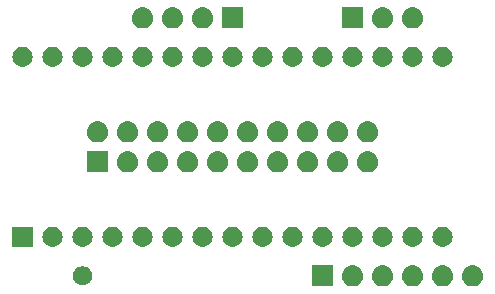
<source format=gbr>
G04 #@! TF.GenerationSoftware,KiCad,Pcbnew,(5.0.2)-1*
G04 #@! TF.CreationDate,2019-02-02T18:03:16-06:00*
G04 #@! TF.ProjectId,CE-Header-Arduino-Nano,43452d48-6561-4646-9572-2d4172647569,1.0*
G04 #@! TF.SameCoordinates,Original*
G04 #@! TF.FileFunction,Soldermask,Top*
G04 #@! TF.FilePolarity,Negative*
%FSLAX46Y46*%
G04 Gerber Fmt 4.6, Leading zero omitted, Abs format (unit mm)*
G04 Created by KiCad (PCBNEW (5.0.2)-1) date 2/2/2019 6:03:16 PM*
%MOMM*%
%LPD*%
G01*
G04 APERTURE LIST*
%ADD10C,0.100000*%
G04 APERTURE END LIST*
D10*
G36*
X120760442Y-73527518D02*
X120826627Y-73534037D01*
X120939853Y-73568384D01*
X120996467Y-73585557D01*
X121120363Y-73651782D01*
X121152991Y-73669222D01*
X121188729Y-73698552D01*
X121290186Y-73781814D01*
X121373448Y-73883271D01*
X121402778Y-73919009D01*
X121402779Y-73919011D01*
X121486443Y-74075533D01*
X121486443Y-74075534D01*
X121537963Y-74245373D01*
X121555359Y-74422000D01*
X121537963Y-74598627D01*
X121520667Y-74655643D01*
X121486443Y-74768467D01*
X121468831Y-74801416D01*
X121402778Y-74924991D01*
X121396524Y-74932611D01*
X121290186Y-75062186D01*
X121188729Y-75145448D01*
X121152991Y-75174778D01*
X121152989Y-75174779D01*
X120996467Y-75258443D01*
X120939853Y-75275616D01*
X120826627Y-75309963D01*
X120760443Y-75316481D01*
X120694260Y-75323000D01*
X120605740Y-75323000D01*
X120539557Y-75316481D01*
X120473373Y-75309963D01*
X120360147Y-75275616D01*
X120303533Y-75258443D01*
X120147011Y-75174779D01*
X120147009Y-75174778D01*
X120111271Y-75145448D01*
X120009814Y-75062186D01*
X119903476Y-74932611D01*
X119897222Y-74924991D01*
X119831169Y-74801416D01*
X119813557Y-74768467D01*
X119779333Y-74655643D01*
X119762037Y-74598627D01*
X119744641Y-74422000D01*
X119762037Y-74245373D01*
X119813557Y-74075534D01*
X119813557Y-74075533D01*
X119897221Y-73919011D01*
X119897222Y-73919009D01*
X119926552Y-73883271D01*
X120009814Y-73781814D01*
X120111271Y-73698552D01*
X120147009Y-73669222D01*
X120179637Y-73651782D01*
X120303533Y-73585557D01*
X120360147Y-73568384D01*
X120473373Y-73534037D01*
X120539558Y-73527518D01*
X120605740Y-73521000D01*
X120694260Y-73521000D01*
X120760442Y-73527518D01*
X120760442Y-73527518D01*
G37*
G36*
X108851000Y-75323000D02*
X107049000Y-75323000D01*
X107049000Y-73521000D01*
X108851000Y-73521000D01*
X108851000Y-75323000D01*
X108851000Y-75323000D01*
G37*
G36*
X110600442Y-73527518D02*
X110666627Y-73534037D01*
X110779853Y-73568384D01*
X110836467Y-73585557D01*
X110960363Y-73651782D01*
X110992991Y-73669222D01*
X111028729Y-73698552D01*
X111130186Y-73781814D01*
X111213448Y-73883271D01*
X111242778Y-73919009D01*
X111242779Y-73919011D01*
X111326443Y-74075533D01*
X111326443Y-74075534D01*
X111377963Y-74245373D01*
X111395359Y-74422000D01*
X111377963Y-74598627D01*
X111360667Y-74655643D01*
X111326443Y-74768467D01*
X111308831Y-74801416D01*
X111242778Y-74924991D01*
X111236524Y-74932611D01*
X111130186Y-75062186D01*
X111028729Y-75145448D01*
X110992991Y-75174778D01*
X110992989Y-75174779D01*
X110836467Y-75258443D01*
X110779853Y-75275616D01*
X110666627Y-75309963D01*
X110600443Y-75316481D01*
X110534260Y-75323000D01*
X110445740Y-75323000D01*
X110379557Y-75316481D01*
X110313373Y-75309963D01*
X110200147Y-75275616D01*
X110143533Y-75258443D01*
X109987011Y-75174779D01*
X109987009Y-75174778D01*
X109951271Y-75145448D01*
X109849814Y-75062186D01*
X109743476Y-74932611D01*
X109737222Y-74924991D01*
X109671169Y-74801416D01*
X109653557Y-74768467D01*
X109619333Y-74655643D01*
X109602037Y-74598627D01*
X109584641Y-74422000D01*
X109602037Y-74245373D01*
X109653557Y-74075534D01*
X109653557Y-74075533D01*
X109737221Y-73919011D01*
X109737222Y-73919009D01*
X109766552Y-73883271D01*
X109849814Y-73781814D01*
X109951271Y-73698552D01*
X109987009Y-73669222D01*
X110019637Y-73651782D01*
X110143533Y-73585557D01*
X110200147Y-73568384D01*
X110313373Y-73534037D01*
X110379558Y-73527518D01*
X110445740Y-73521000D01*
X110534260Y-73521000D01*
X110600442Y-73527518D01*
X110600442Y-73527518D01*
G37*
G36*
X113140442Y-73527518D02*
X113206627Y-73534037D01*
X113319853Y-73568384D01*
X113376467Y-73585557D01*
X113500363Y-73651782D01*
X113532991Y-73669222D01*
X113568729Y-73698552D01*
X113670186Y-73781814D01*
X113753448Y-73883271D01*
X113782778Y-73919009D01*
X113782779Y-73919011D01*
X113866443Y-74075533D01*
X113866443Y-74075534D01*
X113917963Y-74245373D01*
X113935359Y-74422000D01*
X113917963Y-74598627D01*
X113900667Y-74655643D01*
X113866443Y-74768467D01*
X113848831Y-74801416D01*
X113782778Y-74924991D01*
X113776524Y-74932611D01*
X113670186Y-75062186D01*
X113568729Y-75145448D01*
X113532991Y-75174778D01*
X113532989Y-75174779D01*
X113376467Y-75258443D01*
X113319853Y-75275616D01*
X113206627Y-75309963D01*
X113140443Y-75316481D01*
X113074260Y-75323000D01*
X112985740Y-75323000D01*
X112919557Y-75316481D01*
X112853373Y-75309963D01*
X112740147Y-75275616D01*
X112683533Y-75258443D01*
X112527011Y-75174779D01*
X112527009Y-75174778D01*
X112491271Y-75145448D01*
X112389814Y-75062186D01*
X112283476Y-74932611D01*
X112277222Y-74924991D01*
X112211169Y-74801416D01*
X112193557Y-74768467D01*
X112159333Y-74655643D01*
X112142037Y-74598627D01*
X112124641Y-74422000D01*
X112142037Y-74245373D01*
X112193557Y-74075534D01*
X112193557Y-74075533D01*
X112277221Y-73919011D01*
X112277222Y-73919009D01*
X112306552Y-73883271D01*
X112389814Y-73781814D01*
X112491271Y-73698552D01*
X112527009Y-73669222D01*
X112559637Y-73651782D01*
X112683533Y-73585557D01*
X112740147Y-73568384D01*
X112853373Y-73534037D01*
X112919558Y-73527518D01*
X112985740Y-73521000D01*
X113074260Y-73521000D01*
X113140442Y-73527518D01*
X113140442Y-73527518D01*
G37*
G36*
X115680442Y-73527518D02*
X115746627Y-73534037D01*
X115859853Y-73568384D01*
X115916467Y-73585557D01*
X116040363Y-73651782D01*
X116072991Y-73669222D01*
X116108729Y-73698552D01*
X116210186Y-73781814D01*
X116293448Y-73883271D01*
X116322778Y-73919009D01*
X116322779Y-73919011D01*
X116406443Y-74075533D01*
X116406443Y-74075534D01*
X116457963Y-74245373D01*
X116475359Y-74422000D01*
X116457963Y-74598627D01*
X116440667Y-74655643D01*
X116406443Y-74768467D01*
X116388831Y-74801416D01*
X116322778Y-74924991D01*
X116316524Y-74932611D01*
X116210186Y-75062186D01*
X116108729Y-75145448D01*
X116072991Y-75174778D01*
X116072989Y-75174779D01*
X115916467Y-75258443D01*
X115859853Y-75275616D01*
X115746627Y-75309963D01*
X115680443Y-75316481D01*
X115614260Y-75323000D01*
X115525740Y-75323000D01*
X115459557Y-75316481D01*
X115393373Y-75309963D01*
X115280147Y-75275616D01*
X115223533Y-75258443D01*
X115067011Y-75174779D01*
X115067009Y-75174778D01*
X115031271Y-75145448D01*
X114929814Y-75062186D01*
X114823476Y-74932611D01*
X114817222Y-74924991D01*
X114751169Y-74801416D01*
X114733557Y-74768467D01*
X114699333Y-74655643D01*
X114682037Y-74598627D01*
X114664641Y-74422000D01*
X114682037Y-74245373D01*
X114733557Y-74075534D01*
X114733557Y-74075533D01*
X114817221Y-73919011D01*
X114817222Y-73919009D01*
X114846552Y-73883271D01*
X114929814Y-73781814D01*
X115031271Y-73698552D01*
X115067009Y-73669222D01*
X115099637Y-73651782D01*
X115223533Y-73585557D01*
X115280147Y-73568384D01*
X115393373Y-73534037D01*
X115459558Y-73527518D01*
X115525740Y-73521000D01*
X115614260Y-73521000D01*
X115680442Y-73527518D01*
X115680442Y-73527518D01*
G37*
G36*
X118220442Y-73527518D02*
X118286627Y-73534037D01*
X118399853Y-73568384D01*
X118456467Y-73585557D01*
X118580363Y-73651782D01*
X118612991Y-73669222D01*
X118648729Y-73698552D01*
X118750186Y-73781814D01*
X118833448Y-73883271D01*
X118862778Y-73919009D01*
X118862779Y-73919011D01*
X118946443Y-74075533D01*
X118946443Y-74075534D01*
X118997963Y-74245373D01*
X119015359Y-74422000D01*
X118997963Y-74598627D01*
X118980667Y-74655643D01*
X118946443Y-74768467D01*
X118928831Y-74801416D01*
X118862778Y-74924991D01*
X118856524Y-74932611D01*
X118750186Y-75062186D01*
X118648729Y-75145448D01*
X118612991Y-75174778D01*
X118612989Y-75174779D01*
X118456467Y-75258443D01*
X118399853Y-75275616D01*
X118286627Y-75309963D01*
X118220443Y-75316481D01*
X118154260Y-75323000D01*
X118065740Y-75323000D01*
X117999557Y-75316481D01*
X117933373Y-75309963D01*
X117820147Y-75275616D01*
X117763533Y-75258443D01*
X117607011Y-75174779D01*
X117607009Y-75174778D01*
X117571271Y-75145448D01*
X117469814Y-75062186D01*
X117363476Y-74932611D01*
X117357222Y-74924991D01*
X117291169Y-74801416D01*
X117273557Y-74768467D01*
X117239333Y-74655643D01*
X117222037Y-74598627D01*
X117204641Y-74422000D01*
X117222037Y-74245373D01*
X117273557Y-74075534D01*
X117273557Y-74075533D01*
X117357221Y-73919011D01*
X117357222Y-73919009D01*
X117386552Y-73883271D01*
X117469814Y-73781814D01*
X117571271Y-73698552D01*
X117607009Y-73669222D01*
X117639637Y-73651782D01*
X117763533Y-73585557D01*
X117820147Y-73568384D01*
X117933373Y-73534037D01*
X117999558Y-73527518D01*
X118065740Y-73521000D01*
X118154260Y-73521000D01*
X118220442Y-73527518D01*
X118220442Y-73527518D01*
G37*
G36*
X87863643Y-73651781D02*
X88009415Y-73712162D01*
X88140611Y-73799824D01*
X88252176Y-73911389D01*
X88339838Y-74042585D01*
X88400219Y-74188357D01*
X88431000Y-74343107D01*
X88431000Y-74500893D01*
X88400219Y-74655643D01*
X88339838Y-74801415D01*
X88252176Y-74932611D01*
X88140611Y-75044176D01*
X88009415Y-75131838D01*
X87863643Y-75192219D01*
X87708893Y-75223000D01*
X87551107Y-75223000D01*
X87396357Y-75192219D01*
X87250585Y-75131838D01*
X87119389Y-75044176D01*
X87007824Y-74932611D01*
X86920162Y-74801415D01*
X86859781Y-74655643D01*
X86829000Y-74500893D01*
X86829000Y-74343107D01*
X86859781Y-74188357D01*
X86920162Y-74042585D01*
X87007824Y-73911389D01*
X87119389Y-73799824D01*
X87250585Y-73712162D01*
X87396357Y-73651781D01*
X87551107Y-73621000D01*
X87708893Y-73621000D01*
X87863643Y-73651781D01*
X87863643Y-73651781D01*
G37*
G36*
X110656821Y-70281313D02*
X110656824Y-70281314D01*
X110656825Y-70281314D01*
X110817239Y-70329975D01*
X110817241Y-70329976D01*
X110817244Y-70329977D01*
X110965078Y-70408995D01*
X111094659Y-70515341D01*
X111201005Y-70644922D01*
X111280023Y-70792756D01*
X111328687Y-70953179D01*
X111345117Y-71120000D01*
X111328687Y-71286821D01*
X111280023Y-71447244D01*
X111201005Y-71595078D01*
X111094659Y-71724659D01*
X110965078Y-71831005D01*
X110817244Y-71910023D01*
X110817241Y-71910024D01*
X110817239Y-71910025D01*
X110656825Y-71958686D01*
X110656824Y-71958686D01*
X110656821Y-71958687D01*
X110531804Y-71971000D01*
X110448196Y-71971000D01*
X110323179Y-71958687D01*
X110323176Y-71958686D01*
X110323175Y-71958686D01*
X110162761Y-71910025D01*
X110162759Y-71910024D01*
X110162756Y-71910023D01*
X110014922Y-71831005D01*
X109885341Y-71724659D01*
X109778995Y-71595078D01*
X109699977Y-71447244D01*
X109651313Y-71286821D01*
X109634883Y-71120000D01*
X109651313Y-70953179D01*
X109699977Y-70792756D01*
X109778995Y-70644922D01*
X109885341Y-70515341D01*
X110014922Y-70408995D01*
X110162756Y-70329977D01*
X110162759Y-70329976D01*
X110162761Y-70329975D01*
X110323175Y-70281314D01*
X110323176Y-70281314D01*
X110323179Y-70281313D01*
X110448196Y-70269000D01*
X110531804Y-70269000D01*
X110656821Y-70281313D01*
X110656821Y-70281313D01*
G37*
G36*
X118276821Y-70281313D02*
X118276824Y-70281314D01*
X118276825Y-70281314D01*
X118437239Y-70329975D01*
X118437241Y-70329976D01*
X118437244Y-70329977D01*
X118585078Y-70408995D01*
X118714659Y-70515341D01*
X118821005Y-70644922D01*
X118900023Y-70792756D01*
X118948687Y-70953179D01*
X118965117Y-71120000D01*
X118948687Y-71286821D01*
X118900023Y-71447244D01*
X118821005Y-71595078D01*
X118714659Y-71724659D01*
X118585078Y-71831005D01*
X118437244Y-71910023D01*
X118437241Y-71910024D01*
X118437239Y-71910025D01*
X118276825Y-71958686D01*
X118276824Y-71958686D01*
X118276821Y-71958687D01*
X118151804Y-71971000D01*
X118068196Y-71971000D01*
X117943179Y-71958687D01*
X117943176Y-71958686D01*
X117943175Y-71958686D01*
X117782761Y-71910025D01*
X117782759Y-71910024D01*
X117782756Y-71910023D01*
X117634922Y-71831005D01*
X117505341Y-71724659D01*
X117398995Y-71595078D01*
X117319977Y-71447244D01*
X117271313Y-71286821D01*
X117254883Y-71120000D01*
X117271313Y-70953179D01*
X117319977Y-70792756D01*
X117398995Y-70644922D01*
X117505341Y-70515341D01*
X117634922Y-70408995D01*
X117782756Y-70329977D01*
X117782759Y-70329976D01*
X117782761Y-70329975D01*
X117943175Y-70281314D01*
X117943176Y-70281314D01*
X117943179Y-70281313D01*
X118068196Y-70269000D01*
X118151804Y-70269000D01*
X118276821Y-70281313D01*
X118276821Y-70281313D01*
G37*
G36*
X115736821Y-70281313D02*
X115736824Y-70281314D01*
X115736825Y-70281314D01*
X115897239Y-70329975D01*
X115897241Y-70329976D01*
X115897244Y-70329977D01*
X116045078Y-70408995D01*
X116174659Y-70515341D01*
X116281005Y-70644922D01*
X116360023Y-70792756D01*
X116408687Y-70953179D01*
X116425117Y-71120000D01*
X116408687Y-71286821D01*
X116360023Y-71447244D01*
X116281005Y-71595078D01*
X116174659Y-71724659D01*
X116045078Y-71831005D01*
X115897244Y-71910023D01*
X115897241Y-71910024D01*
X115897239Y-71910025D01*
X115736825Y-71958686D01*
X115736824Y-71958686D01*
X115736821Y-71958687D01*
X115611804Y-71971000D01*
X115528196Y-71971000D01*
X115403179Y-71958687D01*
X115403176Y-71958686D01*
X115403175Y-71958686D01*
X115242761Y-71910025D01*
X115242759Y-71910024D01*
X115242756Y-71910023D01*
X115094922Y-71831005D01*
X114965341Y-71724659D01*
X114858995Y-71595078D01*
X114779977Y-71447244D01*
X114731313Y-71286821D01*
X114714883Y-71120000D01*
X114731313Y-70953179D01*
X114779977Y-70792756D01*
X114858995Y-70644922D01*
X114965341Y-70515341D01*
X115094922Y-70408995D01*
X115242756Y-70329977D01*
X115242759Y-70329976D01*
X115242761Y-70329975D01*
X115403175Y-70281314D01*
X115403176Y-70281314D01*
X115403179Y-70281313D01*
X115528196Y-70269000D01*
X115611804Y-70269000D01*
X115736821Y-70281313D01*
X115736821Y-70281313D01*
G37*
G36*
X113196821Y-70281313D02*
X113196824Y-70281314D01*
X113196825Y-70281314D01*
X113357239Y-70329975D01*
X113357241Y-70329976D01*
X113357244Y-70329977D01*
X113505078Y-70408995D01*
X113634659Y-70515341D01*
X113741005Y-70644922D01*
X113820023Y-70792756D01*
X113868687Y-70953179D01*
X113885117Y-71120000D01*
X113868687Y-71286821D01*
X113820023Y-71447244D01*
X113741005Y-71595078D01*
X113634659Y-71724659D01*
X113505078Y-71831005D01*
X113357244Y-71910023D01*
X113357241Y-71910024D01*
X113357239Y-71910025D01*
X113196825Y-71958686D01*
X113196824Y-71958686D01*
X113196821Y-71958687D01*
X113071804Y-71971000D01*
X112988196Y-71971000D01*
X112863179Y-71958687D01*
X112863176Y-71958686D01*
X112863175Y-71958686D01*
X112702761Y-71910025D01*
X112702759Y-71910024D01*
X112702756Y-71910023D01*
X112554922Y-71831005D01*
X112425341Y-71724659D01*
X112318995Y-71595078D01*
X112239977Y-71447244D01*
X112191313Y-71286821D01*
X112174883Y-71120000D01*
X112191313Y-70953179D01*
X112239977Y-70792756D01*
X112318995Y-70644922D01*
X112425341Y-70515341D01*
X112554922Y-70408995D01*
X112702756Y-70329977D01*
X112702759Y-70329976D01*
X112702761Y-70329975D01*
X112863175Y-70281314D01*
X112863176Y-70281314D01*
X112863179Y-70281313D01*
X112988196Y-70269000D01*
X113071804Y-70269000D01*
X113196821Y-70281313D01*
X113196821Y-70281313D01*
G37*
G36*
X108116821Y-70281313D02*
X108116824Y-70281314D01*
X108116825Y-70281314D01*
X108277239Y-70329975D01*
X108277241Y-70329976D01*
X108277244Y-70329977D01*
X108425078Y-70408995D01*
X108554659Y-70515341D01*
X108661005Y-70644922D01*
X108740023Y-70792756D01*
X108788687Y-70953179D01*
X108805117Y-71120000D01*
X108788687Y-71286821D01*
X108740023Y-71447244D01*
X108661005Y-71595078D01*
X108554659Y-71724659D01*
X108425078Y-71831005D01*
X108277244Y-71910023D01*
X108277241Y-71910024D01*
X108277239Y-71910025D01*
X108116825Y-71958686D01*
X108116824Y-71958686D01*
X108116821Y-71958687D01*
X107991804Y-71971000D01*
X107908196Y-71971000D01*
X107783179Y-71958687D01*
X107783176Y-71958686D01*
X107783175Y-71958686D01*
X107622761Y-71910025D01*
X107622759Y-71910024D01*
X107622756Y-71910023D01*
X107474922Y-71831005D01*
X107345341Y-71724659D01*
X107238995Y-71595078D01*
X107159977Y-71447244D01*
X107111313Y-71286821D01*
X107094883Y-71120000D01*
X107111313Y-70953179D01*
X107159977Y-70792756D01*
X107238995Y-70644922D01*
X107345341Y-70515341D01*
X107474922Y-70408995D01*
X107622756Y-70329977D01*
X107622759Y-70329976D01*
X107622761Y-70329975D01*
X107783175Y-70281314D01*
X107783176Y-70281314D01*
X107783179Y-70281313D01*
X107908196Y-70269000D01*
X107991804Y-70269000D01*
X108116821Y-70281313D01*
X108116821Y-70281313D01*
G37*
G36*
X105576821Y-70281313D02*
X105576824Y-70281314D01*
X105576825Y-70281314D01*
X105737239Y-70329975D01*
X105737241Y-70329976D01*
X105737244Y-70329977D01*
X105885078Y-70408995D01*
X106014659Y-70515341D01*
X106121005Y-70644922D01*
X106200023Y-70792756D01*
X106248687Y-70953179D01*
X106265117Y-71120000D01*
X106248687Y-71286821D01*
X106200023Y-71447244D01*
X106121005Y-71595078D01*
X106014659Y-71724659D01*
X105885078Y-71831005D01*
X105737244Y-71910023D01*
X105737241Y-71910024D01*
X105737239Y-71910025D01*
X105576825Y-71958686D01*
X105576824Y-71958686D01*
X105576821Y-71958687D01*
X105451804Y-71971000D01*
X105368196Y-71971000D01*
X105243179Y-71958687D01*
X105243176Y-71958686D01*
X105243175Y-71958686D01*
X105082761Y-71910025D01*
X105082759Y-71910024D01*
X105082756Y-71910023D01*
X104934922Y-71831005D01*
X104805341Y-71724659D01*
X104698995Y-71595078D01*
X104619977Y-71447244D01*
X104571313Y-71286821D01*
X104554883Y-71120000D01*
X104571313Y-70953179D01*
X104619977Y-70792756D01*
X104698995Y-70644922D01*
X104805341Y-70515341D01*
X104934922Y-70408995D01*
X105082756Y-70329977D01*
X105082759Y-70329976D01*
X105082761Y-70329975D01*
X105243175Y-70281314D01*
X105243176Y-70281314D01*
X105243179Y-70281313D01*
X105368196Y-70269000D01*
X105451804Y-70269000D01*
X105576821Y-70281313D01*
X105576821Y-70281313D01*
G37*
G36*
X103036821Y-70281313D02*
X103036824Y-70281314D01*
X103036825Y-70281314D01*
X103197239Y-70329975D01*
X103197241Y-70329976D01*
X103197244Y-70329977D01*
X103345078Y-70408995D01*
X103474659Y-70515341D01*
X103581005Y-70644922D01*
X103660023Y-70792756D01*
X103708687Y-70953179D01*
X103725117Y-71120000D01*
X103708687Y-71286821D01*
X103660023Y-71447244D01*
X103581005Y-71595078D01*
X103474659Y-71724659D01*
X103345078Y-71831005D01*
X103197244Y-71910023D01*
X103197241Y-71910024D01*
X103197239Y-71910025D01*
X103036825Y-71958686D01*
X103036824Y-71958686D01*
X103036821Y-71958687D01*
X102911804Y-71971000D01*
X102828196Y-71971000D01*
X102703179Y-71958687D01*
X102703176Y-71958686D01*
X102703175Y-71958686D01*
X102542761Y-71910025D01*
X102542759Y-71910024D01*
X102542756Y-71910023D01*
X102394922Y-71831005D01*
X102265341Y-71724659D01*
X102158995Y-71595078D01*
X102079977Y-71447244D01*
X102031313Y-71286821D01*
X102014883Y-71120000D01*
X102031313Y-70953179D01*
X102079977Y-70792756D01*
X102158995Y-70644922D01*
X102265341Y-70515341D01*
X102394922Y-70408995D01*
X102542756Y-70329977D01*
X102542759Y-70329976D01*
X102542761Y-70329975D01*
X102703175Y-70281314D01*
X102703176Y-70281314D01*
X102703179Y-70281313D01*
X102828196Y-70269000D01*
X102911804Y-70269000D01*
X103036821Y-70281313D01*
X103036821Y-70281313D01*
G37*
G36*
X97956821Y-70281313D02*
X97956824Y-70281314D01*
X97956825Y-70281314D01*
X98117239Y-70329975D01*
X98117241Y-70329976D01*
X98117244Y-70329977D01*
X98265078Y-70408995D01*
X98394659Y-70515341D01*
X98501005Y-70644922D01*
X98580023Y-70792756D01*
X98628687Y-70953179D01*
X98645117Y-71120000D01*
X98628687Y-71286821D01*
X98580023Y-71447244D01*
X98501005Y-71595078D01*
X98394659Y-71724659D01*
X98265078Y-71831005D01*
X98117244Y-71910023D01*
X98117241Y-71910024D01*
X98117239Y-71910025D01*
X97956825Y-71958686D01*
X97956824Y-71958686D01*
X97956821Y-71958687D01*
X97831804Y-71971000D01*
X97748196Y-71971000D01*
X97623179Y-71958687D01*
X97623176Y-71958686D01*
X97623175Y-71958686D01*
X97462761Y-71910025D01*
X97462759Y-71910024D01*
X97462756Y-71910023D01*
X97314922Y-71831005D01*
X97185341Y-71724659D01*
X97078995Y-71595078D01*
X96999977Y-71447244D01*
X96951313Y-71286821D01*
X96934883Y-71120000D01*
X96951313Y-70953179D01*
X96999977Y-70792756D01*
X97078995Y-70644922D01*
X97185341Y-70515341D01*
X97314922Y-70408995D01*
X97462756Y-70329977D01*
X97462759Y-70329976D01*
X97462761Y-70329975D01*
X97623175Y-70281314D01*
X97623176Y-70281314D01*
X97623179Y-70281313D01*
X97748196Y-70269000D01*
X97831804Y-70269000D01*
X97956821Y-70281313D01*
X97956821Y-70281313D01*
G37*
G36*
X95416821Y-70281313D02*
X95416824Y-70281314D01*
X95416825Y-70281314D01*
X95577239Y-70329975D01*
X95577241Y-70329976D01*
X95577244Y-70329977D01*
X95725078Y-70408995D01*
X95854659Y-70515341D01*
X95961005Y-70644922D01*
X96040023Y-70792756D01*
X96088687Y-70953179D01*
X96105117Y-71120000D01*
X96088687Y-71286821D01*
X96040023Y-71447244D01*
X95961005Y-71595078D01*
X95854659Y-71724659D01*
X95725078Y-71831005D01*
X95577244Y-71910023D01*
X95577241Y-71910024D01*
X95577239Y-71910025D01*
X95416825Y-71958686D01*
X95416824Y-71958686D01*
X95416821Y-71958687D01*
X95291804Y-71971000D01*
X95208196Y-71971000D01*
X95083179Y-71958687D01*
X95083176Y-71958686D01*
X95083175Y-71958686D01*
X94922761Y-71910025D01*
X94922759Y-71910024D01*
X94922756Y-71910023D01*
X94774922Y-71831005D01*
X94645341Y-71724659D01*
X94538995Y-71595078D01*
X94459977Y-71447244D01*
X94411313Y-71286821D01*
X94394883Y-71120000D01*
X94411313Y-70953179D01*
X94459977Y-70792756D01*
X94538995Y-70644922D01*
X94645341Y-70515341D01*
X94774922Y-70408995D01*
X94922756Y-70329977D01*
X94922759Y-70329976D01*
X94922761Y-70329975D01*
X95083175Y-70281314D01*
X95083176Y-70281314D01*
X95083179Y-70281313D01*
X95208196Y-70269000D01*
X95291804Y-70269000D01*
X95416821Y-70281313D01*
X95416821Y-70281313D01*
G37*
G36*
X92876821Y-70281313D02*
X92876824Y-70281314D01*
X92876825Y-70281314D01*
X93037239Y-70329975D01*
X93037241Y-70329976D01*
X93037244Y-70329977D01*
X93185078Y-70408995D01*
X93314659Y-70515341D01*
X93421005Y-70644922D01*
X93500023Y-70792756D01*
X93548687Y-70953179D01*
X93565117Y-71120000D01*
X93548687Y-71286821D01*
X93500023Y-71447244D01*
X93421005Y-71595078D01*
X93314659Y-71724659D01*
X93185078Y-71831005D01*
X93037244Y-71910023D01*
X93037241Y-71910024D01*
X93037239Y-71910025D01*
X92876825Y-71958686D01*
X92876824Y-71958686D01*
X92876821Y-71958687D01*
X92751804Y-71971000D01*
X92668196Y-71971000D01*
X92543179Y-71958687D01*
X92543176Y-71958686D01*
X92543175Y-71958686D01*
X92382761Y-71910025D01*
X92382759Y-71910024D01*
X92382756Y-71910023D01*
X92234922Y-71831005D01*
X92105341Y-71724659D01*
X91998995Y-71595078D01*
X91919977Y-71447244D01*
X91871313Y-71286821D01*
X91854883Y-71120000D01*
X91871313Y-70953179D01*
X91919977Y-70792756D01*
X91998995Y-70644922D01*
X92105341Y-70515341D01*
X92234922Y-70408995D01*
X92382756Y-70329977D01*
X92382759Y-70329976D01*
X92382761Y-70329975D01*
X92543175Y-70281314D01*
X92543176Y-70281314D01*
X92543179Y-70281313D01*
X92668196Y-70269000D01*
X92751804Y-70269000D01*
X92876821Y-70281313D01*
X92876821Y-70281313D01*
G37*
G36*
X83401000Y-71971000D02*
X81699000Y-71971000D01*
X81699000Y-70269000D01*
X83401000Y-70269000D01*
X83401000Y-71971000D01*
X83401000Y-71971000D01*
G37*
G36*
X90336821Y-70281313D02*
X90336824Y-70281314D01*
X90336825Y-70281314D01*
X90497239Y-70329975D01*
X90497241Y-70329976D01*
X90497244Y-70329977D01*
X90645078Y-70408995D01*
X90774659Y-70515341D01*
X90881005Y-70644922D01*
X90960023Y-70792756D01*
X91008687Y-70953179D01*
X91025117Y-71120000D01*
X91008687Y-71286821D01*
X90960023Y-71447244D01*
X90881005Y-71595078D01*
X90774659Y-71724659D01*
X90645078Y-71831005D01*
X90497244Y-71910023D01*
X90497241Y-71910024D01*
X90497239Y-71910025D01*
X90336825Y-71958686D01*
X90336824Y-71958686D01*
X90336821Y-71958687D01*
X90211804Y-71971000D01*
X90128196Y-71971000D01*
X90003179Y-71958687D01*
X90003176Y-71958686D01*
X90003175Y-71958686D01*
X89842761Y-71910025D01*
X89842759Y-71910024D01*
X89842756Y-71910023D01*
X89694922Y-71831005D01*
X89565341Y-71724659D01*
X89458995Y-71595078D01*
X89379977Y-71447244D01*
X89331313Y-71286821D01*
X89314883Y-71120000D01*
X89331313Y-70953179D01*
X89379977Y-70792756D01*
X89458995Y-70644922D01*
X89565341Y-70515341D01*
X89694922Y-70408995D01*
X89842756Y-70329977D01*
X89842759Y-70329976D01*
X89842761Y-70329975D01*
X90003175Y-70281314D01*
X90003176Y-70281314D01*
X90003179Y-70281313D01*
X90128196Y-70269000D01*
X90211804Y-70269000D01*
X90336821Y-70281313D01*
X90336821Y-70281313D01*
G37*
G36*
X87796821Y-70281313D02*
X87796824Y-70281314D01*
X87796825Y-70281314D01*
X87957239Y-70329975D01*
X87957241Y-70329976D01*
X87957244Y-70329977D01*
X88105078Y-70408995D01*
X88234659Y-70515341D01*
X88341005Y-70644922D01*
X88420023Y-70792756D01*
X88468687Y-70953179D01*
X88485117Y-71120000D01*
X88468687Y-71286821D01*
X88420023Y-71447244D01*
X88341005Y-71595078D01*
X88234659Y-71724659D01*
X88105078Y-71831005D01*
X87957244Y-71910023D01*
X87957241Y-71910024D01*
X87957239Y-71910025D01*
X87796825Y-71958686D01*
X87796824Y-71958686D01*
X87796821Y-71958687D01*
X87671804Y-71971000D01*
X87588196Y-71971000D01*
X87463179Y-71958687D01*
X87463176Y-71958686D01*
X87463175Y-71958686D01*
X87302761Y-71910025D01*
X87302759Y-71910024D01*
X87302756Y-71910023D01*
X87154922Y-71831005D01*
X87025341Y-71724659D01*
X86918995Y-71595078D01*
X86839977Y-71447244D01*
X86791313Y-71286821D01*
X86774883Y-71120000D01*
X86791313Y-70953179D01*
X86839977Y-70792756D01*
X86918995Y-70644922D01*
X87025341Y-70515341D01*
X87154922Y-70408995D01*
X87302756Y-70329977D01*
X87302759Y-70329976D01*
X87302761Y-70329975D01*
X87463175Y-70281314D01*
X87463176Y-70281314D01*
X87463179Y-70281313D01*
X87588196Y-70269000D01*
X87671804Y-70269000D01*
X87796821Y-70281313D01*
X87796821Y-70281313D01*
G37*
G36*
X85256821Y-70281313D02*
X85256824Y-70281314D01*
X85256825Y-70281314D01*
X85417239Y-70329975D01*
X85417241Y-70329976D01*
X85417244Y-70329977D01*
X85565078Y-70408995D01*
X85694659Y-70515341D01*
X85801005Y-70644922D01*
X85880023Y-70792756D01*
X85928687Y-70953179D01*
X85945117Y-71120000D01*
X85928687Y-71286821D01*
X85880023Y-71447244D01*
X85801005Y-71595078D01*
X85694659Y-71724659D01*
X85565078Y-71831005D01*
X85417244Y-71910023D01*
X85417241Y-71910024D01*
X85417239Y-71910025D01*
X85256825Y-71958686D01*
X85256824Y-71958686D01*
X85256821Y-71958687D01*
X85131804Y-71971000D01*
X85048196Y-71971000D01*
X84923179Y-71958687D01*
X84923176Y-71958686D01*
X84923175Y-71958686D01*
X84762761Y-71910025D01*
X84762759Y-71910024D01*
X84762756Y-71910023D01*
X84614922Y-71831005D01*
X84485341Y-71724659D01*
X84378995Y-71595078D01*
X84299977Y-71447244D01*
X84251313Y-71286821D01*
X84234883Y-71120000D01*
X84251313Y-70953179D01*
X84299977Y-70792756D01*
X84378995Y-70644922D01*
X84485341Y-70515341D01*
X84614922Y-70408995D01*
X84762756Y-70329977D01*
X84762759Y-70329976D01*
X84762761Y-70329975D01*
X84923175Y-70281314D01*
X84923176Y-70281314D01*
X84923179Y-70281313D01*
X85048196Y-70269000D01*
X85131804Y-70269000D01*
X85256821Y-70281313D01*
X85256821Y-70281313D01*
G37*
G36*
X100496821Y-70281313D02*
X100496824Y-70281314D01*
X100496825Y-70281314D01*
X100657239Y-70329975D01*
X100657241Y-70329976D01*
X100657244Y-70329977D01*
X100805078Y-70408995D01*
X100934659Y-70515341D01*
X101041005Y-70644922D01*
X101120023Y-70792756D01*
X101168687Y-70953179D01*
X101185117Y-71120000D01*
X101168687Y-71286821D01*
X101120023Y-71447244D01*
X101041005Y-71595078D01*
X100934659Y-71724659D01*
X100805078Y-71831005D01*
X100657244Y-71910023D01*
X100657241Y-71910024D01*
X100657239Y-71910025D01*
X100496825Y-71958686D01*
X100496824Y-71958686D01*
X100496821Y-71958687D01*
X100371804Y-71971000D01*
X100288196Y-71971000D01*
X100163179Y-71958687D01*
X100163176Y-71958686D01*
X100163175Y-71958686D01*
X100002761Y-71910025D01*
X100002759Y-71910024D01*
X100002756Y-71910023D01*
X99854922Y-71831005D01*
X99725341Y-71724659D01*
X99618995Y-71595078D01*
X99539977Y-71447244D01*
X99491313Y-71286821D01*
X99474883Y-71120000D01*
X99491313Y-70953179D01*
X99539977Y-70792756D01*
X99618995Y-70644922D01*
X99725341Y-70515341D01*
X99854922Y-70408995D01*
X100002756Y-70329977D01*
X100002759Y-70329976D01*
X100002761Y-70329975D01*
X100163175Y-70281314D01*
X100163176Y-70281314D01*
X100163179Y-70281313D01*
X100288196Y-70269000D01*
X100371804Y-70269000D01*
X100496821Y-70281313D01*
X100496821Y-70281313D01*
G37*
G36*
X111870442Y-63875518D02*
X111936627Y-63882037D01*
X112049853Y-63916384D01*
X112106467Y-63933557D01*
X112245087Y-64007652D01*
X112262991Y-64017222D01*
X112298729Y-64046552D01*
X112400186Y-64129814D01*
X112483448Y-64231271D01*
X112512778Y-64267009D01*
X112512779Y-64267011D01*
X112596443Y-64423533D01*
X112596443Y-64423534D01*
X112647963Y-64593373D01*
X112665359Y-64770000D01*
X112647963Y-64946627D01*
X112613616Y-65059853D01*
X112596443Y-65116467D01*
X112522348Y-65255087D01*
X112512778Y-65272991D01*
X112483448Y-65308729D01*
X112400186Y-65410186D01*
X112298729Y-65493448D01*
X112262991Y-65522778D01*
X112262989Y-65522779D01*
X112106467Y-65606443D01*
X112049853Y-65623616D01*
X111936627Y-65657963D01*
X111870442Y-65664482D01*
X111804260Y-65671000D01*
X111715740Y-65671000D01*
X111649558Y-65664482D01*
X111583373Y-65657963D01*
X111470147Y-65623616D01*
X111413533Y-65606443D01*
X111257011Y-65522779D01*
X111257009Y-65522778D01*
X111221271Y-65493448D01*
X111119814Y-65410186D01*
X111036552Y-65308729D01*
X111007222Y-65272991D01*
X110997652Y-65255087D01*
X110923557Y-65116467D01*
X110906384Y-65059853D01*
X110872037Y-64946627D01*
X110854641Y-64770000D01*
X110872037Y-64593373D01*
X110923557Y-64423534D01*
X110923557Y-64423533D01*
X111007221Y-64267011D01*
X111007222Y-64267009D01*
X111036552Y-64231271D01*
X111119814Y-64129814D01*
X111221271Y-64046552D01*
X111257009Y-64017222D01*
X111274913Y-64007652D01*
X111413533Y-63933557D01*
X111470147Y-63916384D01*
X111583373Y-63882037D01*
X111649558Y-63875518D01*
X111715740Y-63869000D01*
X111804260Y-63869000D01*
X111870442Y-63875518D01*
X111870442Y-63875518D01*
G37*
G36*
X94090442Y-63875518D02*
X94156627Y-63882037D01*
X94269853Y-63916384D01*
X94326467Y-63933557D01*
X94465087Y-64007652D01*
X94482991Y-64017222D01*
X94518729Y-64046552D01*
X94620186Y-64129814D01*
X94703448Y-64231271D01*
X94732778Y-64267009D01*
X94732779Y-64267011D01*
X94816443Y-64423533D01*
X94816443Y-64423534D01*
X94867963Y-64593373D01*
X94885359Y-64770000D01*
X94867963Y-64946627D01*
X94833616Y-65059853D01*
X94816443Y-65116467D01*
X94742348Y-65255087D01*
X94732778Y-65272991D01*
X94703448Y-65308729D01*
X94620186Y-65410186D01*
X94518729Y-65493448D01*
X94482991Y-65522778D01*
X94482989Y-65522779D01*
X94326467Y-65606443D01*
X94269853Y-65623616D01*
X94156627Y-65657963D01*
X94090442Y-65664482D01*
X94024260Y-65671000D01*
X93935740Y-65671000D01*
X93869558Y-65664482D01*
X93803373Y-65657963D01*
X93690147Y-65623616D01*
X93633533Y-65606443D01*
X93477011Y-65522779D01*
X93477009Y-65522778D01*
X93441271Y-65493448D01*
X93339814Y-65410186D01*
X93256552Y-65308729D01*
X93227222Y-65272991D01*
X93217652Y-65255087D01*
X93143557Y-65116467D01*
X93126384Y-65059853D01*
X93092037Y-64946627D01*
X93074641Y-64770000D01*
X93092037Y-64593373D01*
X93143557Y-64423534D01*
X93143557Y-64423533D01*
X93227221Y-64267011D01*
X93227222Y-64267009D01*
X93256552Y-64231271D01*
X93339814Y-64129814D01*
X93441271Y-64046552D01*
X93477009Y-64017222D01*
X93494913Y-64007652D01*
X93633533Y-63933557D01*
X93690147Y-63916384D01*
X93803373Y-63882037D01*
X93869558Y-63875518D01*
X93935740Y-63869000D01*
X94024260Y-63869000D01*
X94090442Y-63875518D01*
X94090442Y-63875518D01*
G37*
G36*
X89801000Y-65671000D02*
X87999000Y-65671000D01*
X87999000Y-63869000D01*
X89801000Y-63869000D01*
X89801000Y-65671000D01*
X89801000Y-65671000D01*
G37*
G36*
X96630442Y-63875518D02*
X96696627Y-63882037D01*
X96809853Y-63916384D01*
X96866467Y-63933557D01*
X97005087Y-64007652D01*
X97022991Y-64017222D01*
X97058729Y-64046552D01*
X97160186Y-64129814D01*
X97243448Y-64231271D01*
X97272778Y-64267009D01*
X97272779Y-64267011D01*
X97356443Y-64423533D01*
X97356443Y-64423534D01*
X97407963Y-64593373D01*
X97425359Y-64770000D01*
X97407963Y-64946627D01*
X97373616Y-65059853D01*
X97356443Y-65116467D01*
X97282348Y-65255087D01*
X97272778Y-65272991D01*
X97243448Y-65308729D01*
X97160186Y-65410186D01*
X97058729Y-65493448D01*
X97022991Y-65522778D01*
X97022989Y-65522779D01*
X96866467Y-65606443D01*
X96809853Y-65623616D01*
X96696627Y-65657963D01*
X96630442Y-65664482D01*
X96564260Y-65671000D01*
X96475740Y-65671000D01*
X96409558Y-65664482D01*
X96343373Y-65657963D01*
X96230147Y-65623616D01*
X96173533Y-65606443D01*
X96017011Y-65522779D01*
X96017009Y-65522778D01*
X95981271Y-65493448D01*
X95879814Y-65410186D01*
X95796552Y-65308729D01*
X95767222Y-65272991D01*
X95757652Y-65255087D01*
X95683557Y-65116467D01*
X95666384Y-65059853D01*
X95632037Y-64946627D01*
X95614641Y-64770000D01*
X95632037Y-64593373D01*
X95683557Y-64423534D01*
X95683557Y-64423533D01*
X95767221Y-64267011D01*
X95767222Y-64267009D01*
X95796552Y-64231271D01*
X95879814Y-64129814D01*
X95981271Y-64046552D01*
X96017009Y-64017222D01*
X96034913Y-64007652D01*
X96173533Y-63933557D01*
X96230147Y-63916384D01*
X96343373Y-63882037D01*
X96409558Y-63875518D01*
X96475740Y-63869000D01*
X96564260Y-63869000D01*
X96630442Y-63875518D01*
X96630442Y-63875518D01*
G37*
G36*
X91550442Y-63875518D02*
X91616627Y-63882037D01*
X91729853Y-63916384D01*
X91786467Y-63933557D01*
X91925087Y-64007652D01*
X91942991Y-64017222D01*
X91978729Y-64046552D01*
X92080186Y-64129814D01*
X92163448Y-64231271D01*
X92192778Y-64267009D01*
X92192779Y-64267011D01*
X92276443Y-64423533D01*
X92276443Y-64423534D01*
X92327963Y-64593373D01*
X92345359Y-64770000D01*
X92327963Y-64946627D01*
X92293616Y-65059853D01*
X92276443Y-65116467D01*
X92202348Y-65255087D01*
X92192778Y-65272991D01*
X92163448Y-65308729D01*
X92080186Y-65410186D01*
X91978729Y-65493448D01*
X91942991Y-65522778D01*
X91942989Y-65522779D01*
X91786467Y-65606443D01*
X91729853Y-65623616D01*
X91616627Y-65657963D01*
X91550442Y-65664482D01*
X91484260Y-65671000D01*
X91395740Y-65671000D01*
X91329558Y-65664482D01*
X91263373Y-65657963D01*
X91150147Y-65623616D01*
X91093533Y-65606443D01*
X90937011Y-65522779D01*
X90937009Y-65522778D01*
X90901271Y-65493448D01*
X90799814Y-65410186D01*
X90716552Y-65308729D01*
X90687222Y-65272991D01*
X90677652Y-65255087D01*
X90603557Y-65116467D01*
X90586384Y-65059853D01*
X90552037Y-64946627D01*
X90534641Y-64770000D01*
X90552037Y-64593373D01*
X90603557Y-64423534D01*
X90603557Y-64423533D01*
X90687221Y-64267011D01*
X90687222Y-64267009D01*
X90716552Y-64231271D01*
X90799814Y-64129814D01*
X90901271Y-64046552D01*
X90937009Y-64017222D01*
X90954913Y-64007652D01*
X91093533Y-63933557D01*
X91150147Y-63916384D01*
X91263373Y-63882037D01*
X91329558Y-63875518D01*
X91395740Y-63869000D01*
X91484260Y-63869000D01*
X91550442Y-63875518D01*
X91550442Y-63875518D01*
G37*
G36*
X99170442Y-63875518D02*
X99236627Y-63882037D01*
X99349853Y-63916384D01*
X99406467Y-63933557D01*
X99545087Y-64007652D01*
X99562991Y-64017222D01*
X99598729Y-64046552D01*
X99700186Y-64129814D01*
X99783448Y-64231271D01*
X99812778Y-64267009D01*
X99812779Y-64267011D01*
X99896443Y-64423533D01*
X99896443Y-64423534D01*
X99947963Y-64593373D01*
X99965359Y-64770000D01*
X99947963Y-64946627D01*
X99913616Y-65059853D01*
X99896443Y-65116467D01*
X99822348Y-65255087D01*
X99812778Y-65272991D01*
X99783448Y-65308729D01*
X99700186Y-65410186D01*
X99598729Y-65493448D01*
X99562991Y-65522778D01*
X99562989Y-65522779D01*
X99406467Y-65606443D01*
X99349853Y-65623616D01*
X99236627Y-65657963D01*
X99170442Y-65664482D01*
X99104260Y-65671000D01*
X99015740Y-65671000D01*
X98949558Y-65664482D01*
X98883373Y-65657963D01*
X98770147Y-65623616D01*
X98713533Y-65606443D01*
X98557011Y-65522779D01*
X98557009Y-65522778D01*
X98521271Y-65493448D01*
X98419814Y-65410186D01*
X98336552Y-65308729D01*
X98307222Y-65272991D01*
X98297652Y-65255087D01*
X98223557Y-65116467D01*
X98206384Y-65059853D01*
X98172037Y-64946627D01*
X98154641Y-64770000D01*
X98172037Y-64593373D01*
X98223557Y-64423534D01*
X98223557Y-64423533D01*
X98307221Y-64267011D01*
X98307222Y-64267009D01*
X98336552Y-64231271D01*
X98419814Y-64129814D01*
X98521271Y-64046552D01*
X98557009Y-64017222D01*
X98574913Y-64007652D01*
X98713533Y-63933557D01*
X98770147Y-63916384D01*
X98883373Y-63882037D01*
X98949558Y-63875518D01*
X99015740Y-63869000D01*
X99104260Y-63869000D01*
X99170442Y-63875518D01*
X99170442Y-63875518D01*
G37*
G36*
X101710442Y-63875518D02*
X101776627Y-63882037D01*
X101889853Y-63916384D01*
X101946467Y-63933557D01*
X102085087Y-64007652D01*
X102102991Y-64017222D01*
X102138729Y-64046552D01*
X102240186Y-64129814D01*
X102323448Y-64231271D01*
X102352778Y-64267009D01*
X102352779Y-64267011D01*
X102436443Y-64423533D01*
X102436443Y-64423534D01*
X102487963Y-64593373D01*
X102505359Y-64770000D01*
X102487963Y-64946627D01*
X102453616Y-65059853D01*
X102436443Y-65116467D01*
X102362348Y-65255087D01*
X102352778Y-65272991D01*
X102323448Y-65308729D01*
X102240186Y-65410186D01*
X102138729Y-65493448D01*
X102102991Y-65522778D01*
X102102989Y-65522779D01*
X101946467Y-65606443D01*
X101889853Y-65623616D01*
X101776627Y-65657963D01*
X101710442Y-65664482D01*
X101644260Y-65671000D01*
X101555740Y-65671000D01*
X101489558Y-65664482D01*
X101423373Y-65657963D01*
X101310147Y-65623616D01*
X101253533Y-65606443D01*
X101097011Y-65522779D01*
X101097009Y-65522778D01*
X101061271Y-65493448D01*
X100959814Y-65410186D01*
X100876552Y-65308729D01*
X100847222Y-65272991D01*
X100837652Y-65255087D01*
X100763557Y-65116467D01*
X100746384Y-65059853D01*
X100712037Y-64946627D01*
X100694641Y-64770000D01*
X100712037Y-64593373D01*
X100763557Y-64423534D01*
X100763557Y-64423533D01*
X100847221Y-64267011D01*
X100847222Y-64267009D01*
X100876552Y-64231271D01*
X100959814Y-64129814D01*
X101061271Y-64046552D01*
X101097009Y-64017222D01*
X101114913Y-64007652D01*
X101253533Y-63933557D01*
X101310147Y-63916384D01*
X101423373Y-63882037D01*
X101489558Y-63875518D01*
X101555740Y-63869000D01*
X101644260Y-63869000D01*
X101710442Y-63875518D01*
X101710442Y-63875518D01*
G37*
G36*
X109330442Y-63875518D02*
X109396627Y-63882037D01*
X109509853Y-63916384D01*
X109566467Y-63933557D01*
X109705087Y-64007652D01*
X109722991Y-64017222D01*
X109758729Y-64046552D01*
X109860186Y-64129814D01*
X109943448Y-64231271D01*
X109972778Y-64267009D01*
X109972779Y-64267011D01*
X110056443Y-64423533D01*
X110056443Y-64423534D01*
X110107963Y-64593373D01*
X110125359Y-64770000D01*
X110107963Y-64946627D01*
X110073616Y-65059853D01*
X110056443Y-65116467D01*
X109982348Y-65255087D01*
X109972778Y-65272991D01*
X109943448Y-65308729D01*
X109860186Y-65410186D01*
X109758729Y-65493448D01*
X109722991Y-65522778D01*
X109722989Y-65522779D01*
X109566467Y-65606443D01*
X109509853Y-65623616D01*
X109396627Y-65657963D01*
X109330442Y-65664482D01*
X109264260Y-65671000D01*
X109175740Y-65671000D01*
X109109558Y-65664482D01*
X109043373Y-65657963D01*
X108930147Y-65623616D01*
X108873533Y-65606443D01*
X108717011Y-65522779D01*
X108717009Y-65522778D01*
X108681271Y-65493448D01*
X108579814Y-65410186D01*
X108496552Y-65308729D01*
X108467222Y-65272991D01*
X108457652Y-65255087D01*
X108383557Y-65116467D01*
X108366384Y-65059853D01*
X108332037Y-64946627D01*
X108314641Y-64770000D01*
X108332037Y-64593373D01*
X108383557Y-64423534D01*
X108383557Y-64423533D01*
X108467221Y-64267011D01*
X108467222Y-64267009D01*
X108496552Y-64231271D01*
X108579814Y-64129814D01*
X108681271Y-64046552D01*
X108717009Y-64017222D01*
X108734913Y-64007652D01*
X108873533Y-63933557D01*
X108930147Y-63916384D01*
X109043373Y-63882037D01*
X109109558Y-63875518D01*
X109175740Y-63869000D01*
X109264260Y-63869000D01*
X109330442Y-63875518D01*
X109330442Y-63875518D01*
G37*
G36*
X106790442Y-63875518D02*
X106856627Y-63882037D01*
X106969853Y-63916384D01*
X107026467Y-63933557D01*
X107165087Y-64007652D01*
X107182991Y-64017222D01*
X107218729Y-64046552D01*
X107320186Y-64129814D01*
X107403448Y-64231271D01*
X107432778Y-64267009D01*
X107432779Y-64267011D01*
X107516443Y-64423533D01*
X107516443Y-64423534D01*
X107567963Y-64593373D01*
X107585359Y-64770000D01*
X107567963Y-64946627D01*
X107533616Y-65059853D01*
X107516443Y-65116467D01*
X107442348Y-65255087D01*
X107432778Y-65272991D01*
X107403448Y-65308729D01*
X107320186Y-65410186D01*
X107218729Y-65493448D01*
X107182991Y-65522778D01*
X107182989Y-65522779D01*
X107026467Y-65606443D01*
X106969853Y-65623616D01*
X106856627Y-65657963D01*
X106790442Y-65664482D01*
X106724260Y-65671000D01*
X106635740Y-65671000D01*
X106569558Y-65664482D01*
X106503373Y-65657963D01*
X106390147Y-65623616D01*
X106333533Y-65606443D01*
X106177011Y-65522779D01*
X106177009Y-65522778D01*
X106141271Y-65493448D01*
X106039814Y-65410186D01*
X105956552Y-65308729D01*
X105927222Y-65272991D01*
X105917652Y-65255087D01*
X105843557Y-65116467D01*
X105826384Y-65059853D01*
X105792037Y-64946627D01*
X105774641Y-64770000D01*
X105792037Y-64593373D01*
X105843557Y-64423534D01*
X105843557Y-64423533D01*
X105927221Y-64267011D01*
X105927222Y-64267009D01*
X105956552Y-64231271D01*
X106039814Y-64129814D01*
X106141271Y-64046552D01*
X106177009Y-64017222D01*
X106194913Y-64007652D01*
X106333533Y-63933557D01*
X106390147Y-63916384D01*
X106503373Y-63882037D01*
X106569558Y-63875518D01*
X106635740Y-63869000D01*
X106724260Y-63869000D01*
X106790442Y-63875518D01*
X106790442Y-63875518D01*
G37*
G36*
X104250442Y-63875518D02*
X104316627Y-63882037D01*
X104429853Y-63916384D01*
X104486467Y-63933557D01*
X104625087Y-64007652D01*
X104642991Y-64017222D01*
X104678729Y-64046552D01*
X104780186Y-64129814D01*
X104863448Y-64231271D01*
X104892778Y-64267009D01*
X104892779Y-64267011D01*
X104976443Y-64423533D01*
X104976443Y-64423534D01*
X105027963Y-64593373D01*
X105045359Y-64770000D01*
X105027963Y-64946627D01*
X104993616Y-65059853D01*
X104976443Y-65116467D01*
X104902348Y-65255087D01*
X104892778Y-65272991D01*
X104863448Y-65308729D01*
X104780186Y-65410186D01*
X104678729Y-65493448D01*
X104642991Y-65522778D01*
X104642989Y-65522779D01*
X104486467Y-65606443D01*
X104429853Y-65623616D01*
X104316627Y-65657963D01*
X104250442Y-65664482D01*
X104184260Y-65671000D01*
X104095740Y-65671000D01*
X104029558Y-65664482D01*
X103963373Y-65657963D01*
X103850147Y-65623616D01*
X103793533Y-65606443D01*
X103637011Y-65522779D01*
X103637009Y-65522778D01*
X103601271Y-65493448D01*
X103499814Y-65410186D01*
X103416552Y-65308729D01*
X103387222Y-65272991D01*
X103377652Y-65255087D01*
X103303557Y-65116467D01*
X103286384Y-65059853D01*
X103252037Y-64946627D01*
X103234641Y-64770000D01*
X103252037Y-64593373D01*
X103303557Y-64423534D01*
X103303557Y-64423533D01*
X103387221Y-64267011D01*
X103387222Y-64267009D01*
X103416552Y-64231271D01*
X103499814Y-64129814D01*
X103601271Y-64046552D01*
X103637009Y-64017222D01*
X103654913Y-64007652D01*
X103793533Y-63933557D01*
X103850147Y-63916384D01*
X103963373Y-63882037D01*
X104029558Y-63875518D01*
X104095740Y-63869000D01*
X104184260Y-63869000D01*
X104250442Y-63875518D01*
X104250442Y-63875518D01*
G37*
G36*
X104250443Y-61335519D02*
X104316627Y-61342037D01*
X104429853Y-61376384D01*
X104486467Y-61393557D01*
X104625087Y-61467652D01*
X104642991Y-61477222D01*
X104678729Y-61506552D01*
X104780186Y-61589814D01*
X104863448Y-61691271D01*
X104892778Y-61727009D01*
X104892779Y-61727011D01*
X104976443Y-61883533D01*
X104976443Y-61883534D01*
X105027963Y-62053373D01*
X105045359Y-62230000D01*
X105027963Y-62406627D01*
X104993616Y-62519853D01*
X104976443Y-62576467D01*
X104902348Y-62715087D01*
X104892778Y-62732991D01*
X104863448Y-62768729D01*
X104780186Y-62870186D01*
X104678729Y-62953448D01*
X104642991Y-62982778D01*
X104642989Y-62982779D01*
X104486467Y-63066443D01*
X104429853Y-63083616D01*
X104316627Y-63117963D01*
X104250443Y-63124481D01*
X104184260Y-63131000D01*
X104095740Y-63131000D01*
X104029557Y-63124481D01*
X103963373Y-63117963D01*
X103850147Y-63083616D01*
X103793533Y-63066443D01*
X103637011Y-62982779D01*
X103637009Y-62982778D01*
X103601271Y-62953448D01*
X103499814Y-62870186D01*
X103416552Y-62768729D01*
X103387222Y-62732991D01*
X103377652Y-62715087D01*
X103303557Y-62576467D01*
X103286384Y-62519853D01*
X103252037Y-62406627D01*
X103234641Y-62230000D01*
X103252037Y-62053373D01*
X103303557Y-61883534D01*
X103303557Y-61883533D01*
X103387221Y-61727011D01*
X103387222Y-61727009D01*
X103416552Y-61691271D01*
X103499814Y-61589814D01*
X103601271Y-61506552D01*
X103637009Y-61477222D01*
X103654913Y-61467652D01*
X103793533Y-61393557D01*
X103850147Y-61376384D01*
X103963373Y-61342037D01*
X104029557Y-61335519D01*
X104095740Y-61329000D01*
X104184260Y-61329000D01*
X104250443Y-61335519D01*
X104250443Y-61335519D01*
G37*
G36*
X111870443Y-61335519D02*
X111936627Y-61342037D01*
X112049853Y-61376384D01*
X112106467Y-61393557D01*
X112245087Y-61467652D01*
X112262991Y-61477222D01*
X112298729Y-61506552D01*
X112400186Y-61589814D01*
X112483448Y-61691271D01*
X112512778Y-61727009D01*
X112512779Y-61727011D01*
X112596443Y-61883533D01*
X112596443Y-61883534D01*
X112647963Y-62053373D01*
X112665359Y-62230000D01*
X112647963Y-62406627D01*
X112613616Y-62519853D01*
X112596443Y-62576467D01*
X112522348Y-62715087D01*
X112512778Y-62732991D01*
X112483448Y-62768729D01*
X112400186Y-62870186D01*
X112298729Y-62953448D01*
X112262991Y-62982778D01*
X112262989Y-62982779D01*
X112106467Y-63066443D01*
X112049853Y-63083616D01*
X111936627Y-63117963D01*
X111870443Y-63124481D01*
X111804260Y-63131000D01*
X111715740Y-63131000D01*
X111649557Y-63124481D01*
X111583373Y-63117963D01*
X111470147Y-63083616D01*
X111413533Y-63066443D01*
X111257011Y-62982779D01*
X111257009Y-62982778D01*
X111221271Y-62953448D01*
X111119814Y-62870186D01*
X111036552Y-62768729D01*
X111007222Y-62732991D01*
X110997652Y-62715087D01*
X110923557Y-62576467D01*
X110906384Y-62519853D01*
X110872037Y-62406627D01*
X110854641Y-62230000D01*
X110872037Y-62053373D01*
X110923557Y-61883534D01*
X110923557Y-61883533D01*
X111007221Y-61727011D01*
X111007222Y-61727009D01*
X111036552Y-61691271D01*
X111119814Y-61589814D01*
X111221271Y-61506552D01*
X111257009Y-61477222D01*
X111274913Y-61467652D01*
X111413533Y-61393557D01*
X111470147Y-61376384D01*
X111583373Y-61342037D01*
X111649557Y-61335519D01*
X111715740Y-61329000D01*
X111804260Y-61329000D01*
X111870443Y-61335519D01*
X111870443Y-61335519D01*
G37*
G36*
X109330443Y-61335519D02*
X109396627Y-61342037D01*
X109509853Y-61376384D01*
X109566467Y-61393557D01*
X109705087Y-61467652D01*
X109722991Y-61477222D01*
X109758729Y-61506552D01*
X109860186Y-61589814D01*
X109943448Y-61691271D01*
X109972778Y-61727009D01*
X109972779Y-61727011D01*
X110056443Y-61883533D01*
X110056443Y-61883534D01*
X110107963Y-62053373D01*
X110125359Y-62230000D01*
X110107963Y-62406627D01*
X110073616Y-62519853D01*
X110056443Y-62576467D01*
X109982348Y-62715087D01*
X109972778Y-62732991D01*
X109943448Y-62768729D01*
X109860186Y-62870186D01*
X109758729Y-62953448D01*
X109722991Y-62982778D01*
X109722989Y-62982779D01*
X109566467Y-63066443D01*
X109509853Y-63083616D01*
X109396627Y-63117963D01*
X109330443Y-63124481D01*
X109264260Y-63131000D01*
X109175740Y-63131000D01*
X109109557Y-63124481D01*
X109043373Y-63117963D01*
X108930147Y-63083616D01*
X108873533Y-63066443D01*
X108717011Y-62982779D01*
X108717009Y-62982778D01*
X108681271Y-62953448D01*
X108579814Y-62870186D01*
X108496552Y-62768729D01*
X108467222Y-62732991D01*
X108457652Y-62715087D01*
X108383557Y-62576467D01*
X108366384Y-62519853D01*
X108332037Y-62406627D01*
X108314641Y-62230000D01*
X108332037Y-62053373D01*
X108383557Y-61883534D01*
X108383557Y-61883533D01*
X108467221Y-61727011D01*
X108467222Y-61727009D01*
X108496552Y-61691271D01*
X108579814Y-61589814D01*
X108681271Y-61506552D01*
X108717009Y-61477222D01*
X108734913Y-61467652D01*
X108873533Y-61393557D01*
X108930147Y-61376384D01*
X109043373Y-61342037D01*
X109109557Y-61335519D01*
X109175740Y-61329000D01*
X109264260Y-61329000D01*
X109330443Y-61335519D01*
X109330443Y-61335519D01*
G37*
G36*
X106790443Y-61335519D02*
X106856627Y-61342037D01*
X106969853Y-61376384D01*
X107026467Y-61393557D01*
X107165087Y-61467652D01*
X107182991Y-61477222D01*
X107218729Y-61506552D01*
X107320186Y-61589814D01*
X107403448Y-61691271D01*
X107432778Y-61727009D01*
X107432779Y-61727011D01*
X107516443Y-61883533D01*
X107516443Y-61883534D01*
X107567963Y-62053373D01*
X107585359Y-62230000D01*
X107567963Y-62406627D01*
X107533616Y-62519853D01*
X107516443Y-62576467D01*
X107442348Y-62715087D01*
X107432778Y-62732991D01*
X107403448Y-62768729D01*
X107320186Y-62870186D01*
X107218729Y-62953448D01*
X107182991Y-62982778D01*
X107182989Y-62982779D01*
X107026467Y-63066443D01*
X106969853Y-63083616D01*
X106856627Y-63117963D01*
X106790443Y-63124481D01*
X106724260Y-63131000D01*
X106635740Y-63131000D01*
X106569557Y-63124481D01*
X106503373Y-63117963D01*
X106390147Y-63083616D01*
X106333533Y-63066443D01*
X106177011Y-62982779D01*
X106177009Y-62982778D01*
X106141271Y-62953448D01*
X106039814Y-62870186D01*
X105956552Y-62768729D01*
X105927222Y-62732991D01*
X105917652Y-62715087D01*
X105843557Y-62576467D01*
X105826384Y-62519853D01*
X105792037Y-62406627D01*
X105774641Y-62230000D01*
X105792037Y-62053373D01*
X105843557Y-61883534D01*
X105843557Y-61883533D01*
X105927221Y-61727011D01*
X105927222Y-61727009D01*
X105956552Y-61691271D01*
X106039814Y-61589814D01*
X106141271Y-61506552D01*
X106177009Y-61477222D01*
X106194913Y-61467652D01*
X106333533Y-61393557D01*
X106390147Y-61376384D01*
X106503373Y-61342037D01*
X106569557Y-61335519D01*
X106635740Y-61329000D01*
X106724260Y-61329000D01*
X106790443Y-61335519D01*
X106790443Y-61335519D01*
G37*
G36*
X101710443Y-61335519D02*
X101776627Y-61342037D01*
X101889853Y-61376384D01*
X101946467Y-61393557D01*
X102085087Y-61467652D01*
X102102991Y-61477222D01*
X102138729Y-61506552D01*
X102240186Y-61589814D01*
X102323448Y-61691271D01*
X102352778Y-61727009D01*
X102352779Y-61727011D01*
X102436443Y-61883533D01*
X102436443Y-61883534D01*
X102487963Y-62053373D01*
X102505359Y-62230000D01*
X102487963Y-62406627D01*
X102453616Y-62519853D01*
X102436443Y-62576467D01*
X102362348Y-62715087D01*
X102352778Y-62732991D01*
X102323448Y-62768729D01*
X102240186Y-62870186D01*
X102138729Y-62953448D01*
X102102991Y-62982778D01*
X102102989Y-62982779D01*
X101946467Y-63066443D01*
X101889853Y-63083616D01*
X101776627Y-63117963D01*
X101710443Y-63124481D01*
X101644260Y-63131000D01*
X101555740Y-63131000D01*
X101489557Y-63124481D01*
X101423373Y-63117963D01*
X101310147Y-63083616D01*
X101253533Y-63066443D01*
X101097011Y-62982779D01*
X101097009Y-62982778D01*
X101061271Y-62953448D01*
X100959814Y-62870186D01*
X100876552Y-62768729D01*
X100847222Y-62732991D01*
X100837652Y-62715087D01*
X100763557Y-62576467D01*
X100746384Y-62519853D01*
X100712037Y-62406627D01*
X100694641Y-62230000D01*
X100712037Y-62053373D01*
X100763557Y-61883534D01*
X100763557Y-61883533D01*
X100847221Y-61727011D01*
X100847222Y-61727009D01*
X100876552Y-61691271D01*
X100959814Y-61589814D01*
X101061271Y-61506552D01*
X101097009Y-61477222D01*
X101114913Y-61467652D01*
X101253533Y-61393557D01*
X101310147Y-61376384D01*
X101423373Y-61342037D01*
X101489557Y-61335519D01*
X101555740Y-61329000D01*
X101644260Y-61329000D01*
X101710443Y-61335519D01*
X101710443Y-61335519D01*
G37*
G36*
X96630443Y-61335519D02*
X96696627Y-61342037D01*
X96809853Y-61376384D01*
X96866467Y-61393557D01*
X97005087Y-61467652D01*
X97022991Y-61477222D01*
X97058729Y-61506552D01*
X97160186Y-61589814D01*
X97243448Y-61691271D01*
X97272778Y-61727009D01*
X97272779Y-61727011D01*
X97356443Y-61883533D01*
X97356443Y-61883534D01*
X97407963Y-62053373D01*
X97425359Y-62230000D01*
X97407963Y-62406627D01*
X97373616Y-62519853D01*
X97356443Y-62576467D01*
X97282348Y-62715087D01*
X97272778Y-62732991D01*
X97243448Y-62768729D01*
X97160186Y-62870186D01*
X97058729Y-62953448D01*
X97022991Y-62982778D01*
X97022989Y-62982779D01*
X96866467Y-63066443D01*
X96809853Y-63083616D01*
X96696627Y-63117963D01*
X96630443Y-63124481D01*
X96564260Y-63131000D01*
X96475740Y-63131000D01*
X96409557Y-63124481D01*
X96343373Y-63117963D01*
X96230147Y-63083616D01*
X96173533Y-63066443D01*
X96017011Y-62982779D01*
X96017009Y-62982778D01*
X95981271Y-62953448D01*
X95879814Y-62870186D01*
X95796552Y-62768729D01*
X95767222Y-62732991D01*
X95757652Y-62715087D01*
X95683557Y-62576467D01*
X95666384Y-62519853D01*
X95632037Y-62406627D01*
X95614641Y-62230000D01*
X95632037Y-62053373D01*
X95683557Y-61883534D01*
X95683557Y-61883533D01*
X95767221Y-61727011D01*
X95767222Y-61727009D01*
X95796552Y-61691271D01*
X95879814Y-61589814D01*
X95981271Y-61506552D01*
X96017009Y-61477222D01*
X96034913Y-61467652D01*
X96173533Y-61393557D01*
X96230147Y-61376384D01*
X96343373Y-61342037D01*
X96409557Y-61335519D01*
X96475740Y-61329000D01*
X96564260Y-61329000D01*
X96630443Y-61335519D01*
X96630443Y-61335519D01*
G37*
G36*
X94090443Y-61335519D02*
X94156627Y-61342037D01*
X94269853Y-61376384D01*
X94326467Y-61393557D01*
X94465087Y-61467652D01*
X94482991Y-61477222D01*
X94518729Y-61506552D01*
X94620186Y-61589814D01*
X94703448Y-61691271D01*
X94732778Y-61727009D01*
X94732779Y-61727011D01*
X94816443Y-61883533D01*
X94816443Y-61883534D01*
X94867963Y-62053373D01*
X94885359Y-62230000D01*
X94867963Y-62406627D01*
X94833616Y-62519853D01*
X94816443Y-62576467D01*
X94742348Y-62715087D01*
X94732778Y-62732991D01*
X94703448Y-62768729D01*
X94620186Y-62870186D01*
X94518729Y-62953448D01*
X94482991Y-62982778D01*
X94482989Y-62982779D01*
X94326467Y-63066443D01*
X94269853Y-63083616D01*
X94156627Y-63117963D01*
X94090443Y-63124481D01*
X94024260Y-63131000D01*
X93935740Y-63131000D01*
X93869557Y-63124481D01*
X93803373Y-63117963D01*
X93690147Y-63083616D01*
X93633533Y-63066443D01*
X93477011Y-62982779D01*
X93477009Y-62982778D01*
X93441271Y-62953448D01*
X93339814Y-62870186D01*
X93256552Y-62768729D01*
X93227222Y-62732991D01*
X93217652Y-62715087D01*
X93143557Y-62576467D01*
X93126384Y-62519853D01*
X93092037Y-62406627D01*
X93074641Y-62230000D01*
X93092037Y-62053373D01*
X93143557Y-61883534D01*
X93143557Y-61883533D01*
X93227221Y-61727011D01*
X93227222Y-61727009D01*
X93256552Y-61691271D01*
X93339814Y-61589814D01*
X93441271Y-61506552D01*
X93477009Y-61477222D01*
X93494913Y-61467652D01*
X93633533Y-61393557D01*
X93690147Y-61376384D01*
X93803373Y-61342037D01*
X93869557Y-61335519D01*
X93935740Y-61329000D01*
X94024260Y-61329000D01*
X94090443Y-61335519D01*
X94090443Y-61335519D01*
G37*
G36*
X91550443Y-61335519D02*
X91616627Y-61342037D01*
X91729853Y-61376384D01*
X91786467Y-61393557D01*
X91925087Y-61467652D01*
X91942991Y-61477222D01*
X91978729Y-61506552D01*
X92080186Y-61589814D01*
X92163448Y-61691271D01*
X92192778Y-61727009D01*
X92192779Y-61727011D01*
X92276443Y-61883533D01*
X92276443Y-61883534D01*
X92327963Y-62053373D01*
X92345359Y-62230000D01*
X92327963Y-62406627D01*
X92293616Y-62519853D01*
X92276443Y-62576467D01*
X92202348Y-62715087D01*
X92192778Y-62732991D01*
X92163448Y-62768729D01*
X92080186Y-62870186D01*
X91978729Y-62953448D01*
X91942991Y-62982778D01*
X91942989Y-62982779D01*
X91786467Y-63066443D01*
X91729853Y-63083616D01*
X91616627Y-63117963D01*
X91550443Y-63124481D01*
X91484260Y-63131000D01*
X91395740Y-63131000D01*
X91329557Y-63124481D01*
X91263373Y-63117963D01*
X91150147Y-63083616D01*
X91093533Y-63066443D01*
X90937011Y-62982779D01*
X90937009Y-62982778D01*
X90901271Y-62953448D01*
X90799814Y-62870186D01*
X90716552Y-62768729D01*
X90687222Y-62732991D01*
X90677652Y-62715087D01*
X90603557Y-62576467D01*
X90586384Y-62519853D01*
X90552037Y-62406627D01*
X90534641Y-62230000D01*
X90552037Y-62053373D01*
X90603557Y-61883534D01*
X90603557Y-61883533D01*
X90687221Y-61727011D01*
X90687222Y-61727009D01*
X90716552Y-61691271D01*
X90799814Y-61589814D01*
X90901271Y-61506552D01*
X90937009Y-61477222D01*
X90954913Y-61467652D01*
X91093533Y-61393557D01*
X91150147Y-61376384D01*
X91263373Y-61342037D01*
X91329557Y-61335519D01*
X91395740Y-61329000D01*
X91484260Y-61329000D01*
X91550443Y-61335519D01*
X91550443Y-61335519D01*
G37*
G36*
X89010443Y-61335519D02*
X89076627Y-61342037D01*
X89189853Y-61376384D01*
X89246467Y-61393557D01*
X89385087Y-61467652D01*
X89402991Y-61477222D01*
X89438729Y-61506552D01*
X89540186Y-61589814D01*
X89623448Y-61691271D01*
X89652778Y-61727009D01*
X89652779Y-61727011D01*
X89736443Y-61883533D01*
X89736443Y-61883534D01*
X89787963Y-62053373D01*
X89805359Y-62230000D01*
X89787963Y-62406627D01*
X89753616Y-62519853D01*
X89736443Y-62576467D01*
X89662348Y-62715087D01*
X89652778Y-62732991D01*
X89623448Y-62768729D01*
X89540186Y-62870186D01*
X89438729Y-62953448D01*
X89402991Y-62982778D01*
X89402989Y-62982779D01*
X89246467Y-63066443D01*
X89189853Y-63083616D01*
X89076627Y-63117963D01*
X89010443Y-63124481D01*
X88944260Y-63131000D01*
X88855740Y-63131000D01*
X88789557Y-63124481D01*
X88723373Y-63117963D01*
X88610147Y-63083616D01*
X88553533Y-63066443D01*
X88397011Y-62982779D01*
X88397009Y-62982778D01*
X88361271Y-62953448D01*
X88259814Y-62870186D01*
X88176552Y-62768729D01*
X88147222Y-62732991D01*
X88137652Y-62715087D01*
X88063557Y-62576467D01*
X88046384Y-62519853D01*
X88012037Y-62406627D01*
X87994641Y-62230000D01*
X88012037Y-62053373D01*
X88063557Y-61883534D01*
X88063557Y-61883533D01*
X88147221Y-61727011D01*
X88147222Y-61727009D01*
X88176552Y-61691271D01*
X88259814Y-61589814D01*
X88361271Y-61506552D01*
X88397009Y-61477222D01*
X88414913Y-61467652D01*
X88553533Y-61393557D01*
X88610147Y-61376384D01*
X88723373Y-61342037D01*
X88789557Y-61335519D01*
X88855740Y-61329000D01*
X88944260Y-61329000D01*
X89010443Y-61335519D01*
X89010443Y-61335519D01*
G37*
G36*
X99170443Y-61335519D02*
X99236627Y-61342037D01*
X99349853Y-61376384D01*
X99406467Y-61393557D01*
X99545087Y-61467652D01*
X99562991Y-61477222D01*
X99598729Y-61506552D01*
X99700186Y-61589814D01*
X99783448Y-61691271D01*
X99812778Y-61727009D01*
X99812779Y-61727011D01*
X99896443Y-61883533D01*
X99896443Y-61883534D01*
X99947963Y-62053373D01*
X99965359Y-62230000D01*
X99947963Y-62406627D01*
X99913616Y-62519853D01*
X99896443Y-62576467D01*
X99822348Y-62715087D01*
X99812778Y-62732991D01*
X99783448Y-62768729D01*
X99700186Y-62870186D01*
X99598729Y-62953448D01*
X99562991Y-62982778D01*
X99562989Y-62982779D01*
X99406467Y-63066443D01*
X99349853Y-63083616D01*
X99236627Y-63117963D01*
X99170443Y-63124481D01*
X99104260Y-63131000D01*
X99015740Y-63131000D01*
X98949557Y-63124481D01*
X98883373Y-63117963D01*
X98770147Y-63083616D01*
X98713533Y-63066443D01*
X98557011Y-62982779D01*
X98557009Y-62982778D01*
X98521271Y-62953448D01*
X98419814Y-62870186D01*
X98336552Y-62768729D01*
X98307222Y-62732991D01*
X98297652Y-62715087D01*
X98223557Y-62576467D01*
X98206384Y-62519853D01*
X98172037Y-62406627D01*
X98154641Y-62230000D01*
X98172037Y-62053373D01*
X98223557Y-61883534D01*
X98223557Y-61883533D01*
X98307221Y-61727011D01*
X98307222Y-61727009D01*
X98336552Y-61691271D01*
X98419814Y-61589814D01*
X98521271Y-61506552D01*
X98557009Y-61477222D01*
X98574913Y-61467652D01*
X98713533Y-61393557D01*
X98770147Y-61376384D01*
X98883373Y-61342037D01*
X98949557Y-61335519D01*
X99015740Y-61329000D01*
X99104260Y-61329000D01*
X99170443Y-61335519D01*
X99170443Y-61335519D01*
G37*
G36*
X82716821Y-55041313D02*
X82716824Y-55041314D01*
X82716825Y-55041314D01*
X82877239Y-55089975D01*
X82877241Y-55089976D01*
X82877244Y-55089977D01*
X83025078Y-55168995D01*
X83154659Y-55275341D01*
X83261005Y-55404922D01*
X83340023Y-55552756D01*
X83388687Y-55713179D01*
X83405117Y-55880000D01*
X83388687Y-56046821D01*
X83340023Y-56207244D01*
X83261005Y-56355078D01*
X83154659Y-56484659D01*
X83025078Y-56591005D01*
X82877244Y-56670023D01*
X82877241Y-56670024D01*
X82877239Y-56670025D01*
X82716825Y-56718686D01*
X82716824Y-56718686D01*
X82716821Y-56718687D01*
X82591804Y-56731000D01*
X82508196Y-56731000D01*
X82383179Y-56718687D01*
X82383176Y-56718686D01*
X82383175Y-56718686D01*
X82222761Y-56670025D01*
X82222759Y-56670024D01*
X82222756Y-56670023D01*
X82074922Y-56591005D01*
X81945341Y-56484659D01*
X81838995Y-56355078D01*
X81759977Y-56207244D01*
X81711313Y-56046821D01*
X81694883Y-55880000D01*
X81711313Y-55713179D01*
X81759977Y-55552756D01*
X81838995Y-55404922D01*
X81945341Y-55275341D01*
X82074922Y-55168995D01*
X82222756Y-55089977D01*
X82222759Y-55089976D01*
X82222761Y-55089975D01*
X82383175Y-55041314D01*
X82383176Y-55041314D01*
X82383179Y-55041313D01*
X82508196Y-55029000D01*
X82591804Y-55029000D01*
X82716821Y-55041313D01*
X82716821Y-55041313D01*
G37*
G36*
X92876821Y-55041313D02*
X92876824Y-55041314D01*
X92876825Y-55041314D01*
X93037239Y-55089975D01*
X93037241Y-55089976D01*
X93037244Y-55089977D01*
X93185078Y-55168995D01*
X93314659Y-55275341D01*
X93421005Y-55404922D01*
X93500023Y-55552756D01*
X93548687Y-55713179D01*
X93565117Y-55880000D01*
X93548687Y-56046821D01*
X93500023Y-56207244D01*
X93421005Y-56355078D01*
X93314659Y-56484659D01*
X93185078Y-56591005D01*
X93037244Y-56670023D01*
X93037241Y-56670024D01*
X93037239Y-56670025D01*
X92876825Y-56718686D01*
X92876824Y-56718686D01*
X92876821Y-56718687D01*
X92751804Y-56731000D01*
X92668196Y-56731000D01*
X92543179Y-56718687D01*
X92543176Y-56718686D01*
X92543175Y-56718686D01*
X92382761Y-56670025D01*
X92382759Y-56670024D01*
X92382756Y-56670023D01*
X92234922Y-56591005D01*
X92105341Y-56484659D01*
X91998995Y-56355078D01*
X91919977Y-56207244D01*
X91871313Y-56046821D01*
X91854883Y-55880000D01*
X91871313Y-55713179D01*
X91919977Y-55552756D01*
X91998995Y-55404922D01*
X92105341Y-55275341D01*
X92234922Y-55168995D01*
X92382756Y-55089977D01*
X92382759Y-55089976D01*
X92382761Y-55089975D01*
X92543175Y-55041314D01*
X92543176Y-55041314D01*
X92543179Y-55041313D01*
X92668196Y-55029000D01*
X92751804Y-55029000D01*
X92876821Y-55041313D01*
X92876821Y-55041313D01*
G37*
G36*
X95416821Y-55041313D02*
X95416824Y-55041314D01*
X95416825Y-55041314D01*
X95577239Y-55089975D01*
X95577241Y-55089976D01*
X95577244Y-55089977D01*
X95725078Y-55168995D01*
X95854659Y-55275341D01*
X95961005Y-55404922D01*
X96040023Y-55552756D01*
X96088687Y-55713179D01*
X96105117Y-55880000D01*
X96088687Y-56046821D01*
X96040023Y-56207244D01*
X95961005Y-56355078D01*
X95854659Y-56484659D01*
X95725078Y-56591005D01*
X95577244Y-56670023D01*
X95577241Y-56670024D01*
X95577239Y-56670025D01*
X95416825Y-56718686D01*
X95416824Y-56718686D01*
X95416821Y-56718687D01*
X95291804Y-56731000D01*
X95208196Y-56731000D01*
X95083179Y-56718687D01*
X95083176Y-56718686D01*
X95083175Y-56718686D01*
X94922761Y-56670025D01*
X94922759Y-56670024D01*
X94922756Y-56670023D01*
X94774922Y-56591005D01*
X94645341Y-56484659D01*
X94538995Y-56355078D01*
X94459977Y-56207244D01*
X94411313Y-56046821D01*
X94394883Y-55880000D01*
X94411313Y-55713179D01*
X94459977Y-55552756D01*
X94538995Y-55404922D01*
X94645341Y-55275341D01*
X94774922Y-55168995D01*
X94922756Y-55089977D01*
X94922759Y-55089976D01*
X94922761Y-55089975D01*
X95083175Y-55041314D01*
X95083176Y-55041314D01*
X95083179Y-55041313D01*
X95208196Y-55029000D01*
X95291804Y-55029000D01*
X95416821Y-55041313D01*
X95416821Y-55041313D01*
G37*
G36*
X90336821Y-55041313D02*
X90336824Y-55041314D01*
X90336825Y-55041314D01*
X90497239Y-55089975D01*
X90497241Y-55089976D01*
X90497244Y-55089977D01*
X90645078Y-55168995D01*
X90774659Y-55275341D01*
X90881005Y-55404922D01*
X90960023Y-55552756D01*
X91008687Y-55713179D01*
X91025117Y-55880000D01*
X91008687Y-56046821D01*
X90960023Y-56207244D01*
X90881005Y-56355078D01*
X90774659Y-56484659D01*
X90645078Y-56591005D01*
X90497244Y-56670023D01*
X90497241Y-56670024D01*
X90497239Y-56670025D01*
X90336825Y-56718686D01*
X90336824Y-56718686D01*
X90336821Y-56718687D01*
X90211804Y-56731000D01*
X90128196Y-56731000D01*
X90003179Y-56718687D01*
X90003176Y-56718686D01*
X90003175Y-56718686D01*
X89842761Y-56670025D01*
X89842759Y-56670024D01*
X89842756Y-56670023D01*
X89694922Y-56591005D01*
X89565341Y-56484659D01*
X89458995Y-56355078D01*
X89379977Y-56207244D01*
X89331313Y-56046821D01*
X89314883Y-55880000D01*
X89331313Y-55713179D01*
X89379977Y-55552756D01*
X89458995Y-55404922D01*
X89565341Y-55275341D01*
X89694922Y-55168995D01*
X89842756Y-55089977D01*
X89842759Y-55089976D01*
X89842761Y-55089975D01*
X90003175Y-55041314D01*
X90003176Y-55041314D01*
X90003179Y-55041313D01*
X90128196Y-55029000D01*
X90211804Y-55029000D01*
X90336821Y-55041313D01*
X90336821Y-55041313D01*
G37*
G36*
X87796821Y-55041313D02*
X87796824Y-55041314D01*
X87796825Y-55041314D01*
X87957239Y-55089975D01*
X87957241Y-55089976D01*
X87957244Y-55089977D01*
X88105078Y-55168995D01*
X88234659Y-55275341D01*
X88341005Y-55404922D01*
X88420023Y-55552756D01*
X88468687Y-55713179D01*
X88485117Y-55880000D01*
X88468687Y-56046821D01*
X88420023Y-56207244D01*
X88341005Y-56355078D01*
X88234659Y-56484659D01*
X88105078Y-56591005D01*
X87957244Y-56670023D01*
X87957241Y-56670024D01*
X87957239Y-56670025D01*
X87796825Y-56718686D01*
X87796824Y-56718686D01*
X87796821Y-56718687D01*
X87671804Y-56731000D01*
X87588196Y-56731000D01*
X87463179Y-56718687D01*
X87463176Y-56718686D01*
X87463175Y-56718686D01*
X87302761Y-56670025D01*
X87302759Y-56670024D01*
X87302756Y-56670023D01*
X87154922Y-56591005D01*
X87025341Y-56484659D01*
X86918995Y-56355078D01*
X86839977Y-56207244D01*
X86791313Y-56046821D01*
X86774883Y-55880000D01*
X86791313Y-55713179D01*
X86839977Y-55552756D01*
X86918995Y-55404922D01*
X87025341Y-55275341D01*
X87154922Y-55168995D01*
X87302756Y-55089977D01*
X87302759Y-55089976D01*
X87302761Y-55089975D01*
X87463175Y-55041314D01*
X87463176Y-55041314D01*
X87463179Y-55041313D01*
X87588196Y-55029000D01*
X87671804Y-55029000D01*
X87796821Y-55041313D01*
X87796821Y-55041313D01*
G37*
G36*
X100496821Y-55041313D02*
X100496824Y-55041314D01*
X100496825Y-55041314D01*
X100657239Y-55089975D01*
X100657241Y-55089976D01*
X100657244Y-55089977D01*
X100805078Y-55168995D01*
X100934659Y-55275341D01*
X101041005Y-55404922D01*
X101120023Y-55552756D01*
X101168687Y-55713179D01*
X101185117Y-55880000D01*
X101168687Y-56046821D01*
X101120023Y-56207244D01*
X101041005Y-56355078D01*
X100934659Y-56484659D01*
X100805078Y-56591005D01*
X100657244Y-56670023D01*
X100657241Y-56670024D01*
X100657239Y-56670025D01*
X100496825Y-56718686D01*
X100496824Y-56718686D01*
X100496821Y-56718687D01*
X100371804Y-56731000D01*
X100288196Y-56731000D01*
X100163179Y-56718687D01*
X100163176Y-56718686D01*
X100163175Y-56718686D01*
X100002761Y-56670025D01*
X100002759Y-56670024D01*
X100002756Y-56670023D01*
X99854922Y-56591005D01*
X99725341Y-56484659D01*
X99618995Y-56355078D01*
X99539977Y-56207244D01*
X99491313Y-56046821D01*
X99474883Y-55880000D01*
X99491313Y-55713179D01*
X99539977Y-55552756D01*
X99618995Y-55404922D01*
X99725341Y-55275341D01*
X99854922Y-55168995D01*
X100002756Y-55089977D01*
X100002759Y-55089976D01*
X100002761Y-55089975D01*
X100163175Y-55041314D01*
X100163176Y-55041314D01*
X100163179Y-55041313D01*
X100288196Y-55029000D01*
X100371804Y-55029000D01*
X100496821Y-55041313D01*
X100496821Y-55041313D01*
G37*
G36*
X85256821Y-55041313D02*
X85256824Y-55041314D01*
X85256825Y-55041314D01*
X85417239Y-55089975D01*
X85417241Y-55089976D01*
X85417244Y-55089977D01*
X85565078Y-55168995D01*
X85694659Y-55275341D01*
X85801005Y-55404922D01*
X85880023Y-55552756D01*
X85928687Y-55713179D01*
X85945117Y-55880000D01*
X85928687Y-56046821D01*
X85880023Y-56207244D01*
X85801005Y-56355078D01*
X85694659Y-56484659D01*
X85565078Y-56591005D01*
X85417244Y-56670023D01*
X85417241Y-56670024D01*
X85417239Y-56670025D01*
X85256825Y-56718686D01*
X85256824Y-56718686D01*
X85256821Y-56718687D01*
X85131804Y-56731000D01*
X85048196Y-56731000D01*
X84923179Y-56718687D01*
X84923176Y-56718686D01*
X84923175Y-56718686D01*
X84762761Y-56670025D01*
X84762759Y-56670024D01*
X84762756Y-56670023D01*
X84614922Y-56591005D01*
X84485341Y-56484659D01*
X84378995Y-56355078D01*
X84299977Y-56207244D01*
X84251313Y-56046821D01*
X84234883Y-55880000D01*
X84251313Y-55713179D01*
X84299977Y-55552756D01*
X84378995Y-55404922D01*
X84485341Y-55275341D01*
X84614922Y-55168995D01*
X84762756Y-55089977D01*
X84762759Y-55089976D01*
X84762761Y-55089975D01*
X84923175Y-55041314D01*
X84923176Y-55041314D01*
X84923179Y-55041313D01*
X85048196Y-55029000D01*
X85131804Y-55029000D01*
X85256821Y-55041313D01*
X85256821Y-55041313D01*
G37*
G36*
X97956821Y-55041313D02*
X97956824Y-55041314D01*
X97956825Y-55041314D01*
X98117239Y-55089975D01*
X98117241Y-55089976D01*
X98117244Y-55089977D01*
X98265078Y-55168995D01*
X98394659Y-55275341D01*
X98501005Y-55404922D01*
X98580023Y-55552756D01*
X98628687Y-55713179D01*
X98645117Y-55880000D01*
X98628687Y-56046821D01*
X98580023Y-56207244D01*
X98501005Y-56355078D01*
X98394659Y-56484659D01*
X98265078Y-56591005D01*
X98117244Y-56670023D01*
X98117241Y-56670024D01*
X98117239Y-56670025D01*
X97956825Y-56718686D01*
X97956824Y-56718686D01*
X97956821Y-56718687D01*
X97831804Y-56731000D01*
X97748196Y-56731000D01*
X97623179Y-56718687D01*
X97623176Y-56718686D01*
X97623175Y-56718686D01*
X97462761Y-56670025D01*
X97462759Y-56670024D01*
X97462756Y-56670023D01*
X97314922Y-56591005D01*
X97185341Y-56484659D01*
X97078995Y-56355078D01*
X96999977Y-56207244D01*
X96951313Y-56046821D01*
X96934883Y-55880000D01*
X96951313Y-55713179D01*
X96999977Y-55552756D01*
X97078995Y-55404922D01*
X97185341Y-55275341D01*
X97314922Y-55168995D01*
X97462756Y-55089977D01*
X97462759Y-55089976D01*
X97462761Y-55089975D01*
X97623175Y-55041314D01*
X97623176Y-55041314D01*
X97623179Y-55041313D01*
X97748196Y-55029000D01*
X97831804Y-55029000D01*
X97956821Y-55041313D01*
X97956821Y-55041313D01*
G37*
G36*
X105576821Y-55041313D02*
X105576824Y-55041314D01*
X105576825Y-55041314D01*
X105737239Y-55089975D01*
X105737241Y-55089976D01*
X105737244Y-55089977D01*
X105885078Y-55168995D01*
X106014659Y-55275341D01*
X106121005Y-55404922D01*
X106200023Y-55552756D01*
X106248687Y-55713179D01*
X106265117Y-55880000D01*
X106248687Y-56046821D01*
X106200023Y-56207244D01*
X106121005Y-56355078D01*
X106014659Y-56484659D01*
X105885078Y-56591005D01*
X105737244Y-56670023D01*
X105737241Y-56670024D01*
X105737239Y-56670025D01*
X105576825Y-56718686D01*
X105576824Y-56718686D01*
X105576821Y-56718687D01*
X105451804Y-56731000D01*
X105368196Y-56731000D01*
X105243179Y-56718687D01*
X105243176Y-56718686D01*
X105243175Y-56718686D01*
X105082761Y-56670025D01*
X105082759Y-56670024D01*
X105082756Y-56670023D01*
X104934922Y-56591005D01*
X104805341Y-56484659D01*
X104698995Y-56355078D01*
X104619977Y-56207244D01*
X104571313Y-56046821D01*
X104554883Y-55880000D01*
X104571313Y-55713179D01*
X104619977Y-55552756D01*
X104698995Y-55404922D01*
X104805341Y-55275341D01*
X104934922Y-55168995D01*
X105082756Y-55089977D01*
X105082759Y-55089976D01*
X105082761Y-55089975D01*
X105243175Y-55041314D01*
X105243176Y-55041314D01*
X105243179Y-55041313D01*
X105368196Y-55029000D01*
X105451804Y-55029000D01*
X105576821Y-55041313D01*
X105576821Y-55041313D01*
G37*
G36*
X108116821Y-55041313D02*
X108116824Y-55041314D01*
X108116825Y-55041314D01*
X108277239Y-55089975D01*
X108277241Y-55089976D01*
X108277244Y-55089977D01*
X108425078Y-55168995D01*
X108554659Y-55275341D01*
X108661005Y-55404922D01*
X108740023Y-55552756D01*
X108788687Y-55713179D01*
X108805117Y-55880000D01*
X108788687Y-56046821D01*
X108740023Y-56207244D01*
X108661005Y-56355078D01*
X108554659Y-56484659D01*
X108425078Y-56591005D01*
X108277244Y-56670023D01*
X108277241Y-56670024D01*
X108277239Y-56670025D01*
X108116825Y-56718686D01*
X108116824Y-56718686D01*
X108116821Y-56718687D01*
X107991804Y-56731000D01*
X107908196Y-56731000D01*
X107783179Y-56718687D01*
X107783176Y-56718686D01*
X107783175Y-56718686D01*
X107622761Y-56670025D01*
X107622759Y-56670024D01*
X107622756Y-56670023D01*
X107474922Y-56591005D01*
X107345341Y-56484659D01*
X107238995Y-56355078D01*
X107159977Y-56207244D01*
X107111313Y-56046821D01*
X107094883Y-55880000D01*
X107111313Y-55713179D01*
X107159977Y-55552756D01*
X107238995Y-55404922D01*
X107345341Y-55275341D01*
X107474922Y-55168995D01*
X107622756Y-55089977D01*
X107622759Y-55089976D01*
X107622761Y-55089975D01*
X107783175Y-55041314D01*
X107783176Y-55041314D01*
X107783179Y-55041313D01*
X107908196Y-55029000D01*
X107991804Y-55029000D01*
X108116821Y-55041313D01*
X108116821Y-55041313D01*
G37*
G36*
X110656821Y-55041313D02*
X110656824Y-55041314D01*
X110656825Y-55041314D01*
X110817239Y-55089975D01*
X110817241Y-55089976D01*
X110817244Y-55089977D01*
X110965078Y-55168995D01*
X111094659Y-55275341D01*
X111201005Y-55404922D01*
X111280023Y-55552756D01*
X111328687Y-55713179D01*
X111345117Y-55880000D01*
X111328687Y-56046821D01*
X111280023Y-56207244D01*
X111201005Y-56355078D01*
X111094659Y-56484659D01*
X110965078Y-56591005D01*
X110817244Y-56670023D01*
X110817241Y-56670024D01*
X110817239Y-56670025D01*
X110656825Y-56718686D01*
X110656824Y-56718686D01*
X110656821Y-56718687D01*
X110531804Y-56731000D01*
X110448196Y-56731000D01*
X110323179Y-56718687D01*
X110323176Y-56718686D01*
X110323175Y-56718686D01*
X110162761Y-56670025D01*
X110162759Y-56670024D01*
X110162756Y-56670023D01*
X110014922Y-56591005D01*
X109885341Y-56484659D01*
X109778995Y-56355078D01*
X109699977Y-56207244D01*
X109651313Y-56046821D01*
X109634883Y-55880000D01*
X109651313Y-55713179D01*
X109699977Y-55552756D01*
X109778995Y-55404922D01*
X109885341Y-55275341D01*
X110014922Y-55168995D01*
X110162756Y-55089977D01*
X110162759Y-55089976D01*
X110162761Y-55089975D01*
X110323175Y-55041314D01*
X110323176Y-55041314D01*
X110323179Y-55041313D01*
X110448196Y-55029000D01*
X110531804Y-55029000D01*
X110656821Y-55041313D01*
X110656821Y-55041313D01*
G37*
G36*
X103036821Y-55041313D02*
X103036824Y-55041314D01*
X103036825Y-55041314D01*
X103197239Y-55089975D01*
X103197241Y-55089976D01*
X103197244Y-55089977D01*
X103345078Y-55168995D01*
X103474659Y-55275341D01*
X103581005Y-55404922D01*
X103660023Y-55552756D01*
X103708687Y-55713179D01*
X103725117Y-55880000D01*
X103708687Y-56046821D01*
X103660023Y-56207244D01*
X103581005Y-56355078D01*
X103474659Y-56484659D01*
X103345078Y-56591005D01*
X103197244Y-56670023D01*
X103197241Y-56670024D01*
X103197239Y-56670025D01*
X103036825Y-56718686D01*
X103036824Y-56718686D01*
X103036821Y-56718687D01*
X102911804Y-56731000D01*
X102828196Y-56731000D01*
X102703179Y-56718687D01*
X102703176Y-56718686D01*
X102703175Y-56718686D01*
X102542761Y-56670025D01*
X102542759Y-56670024D01*
X102542756Y-56670023D01*
X102394922Y-56591005D01*
X102265341Y-56484659D01*
X102158995Y-56355078D01*
X102079977Y-56207244D01*
X102031313Y-56046821D01*
X102014883Y-55880000D01*
X102031313Y-55713179D01*
X102079977Y-55552756D01*
X102158995Y-55404922D01*
X102265341Y-55275341D01*
X102394922Y-55168995D01*
X102542756Y-55089977D01*
X102542759Y-55089976D01*
X102542761Y-55089975D01*
X102703175Y-55041314D01*
X102703176Y-55041314D01*
X102703179Y-55041313D01*
X102828196Y-55029000D01*
X102911804Y-55029000D01*
X103036821Y-55041313D01*
X103036821Y-55041313D01*
G37*
G36*
X113196821Y-55041313D02*
X113196824Y-55041314D01*
X113196825Y-55041314D01*
X113357239Y-55089975D01*
X113357241Y-55089976D01*
X113357244Y-55089977D01*
X113505078Y-55168995D01*
X113634659Y-55275341D01*
X113741005Y-55404922D01*
X113820023Y-55552756D01*
X113868687Y-55713179D01*
X113885117Y-55880000D01*
X113868687Y-56046821D01*
X113820023Y-56207244D01*
X113741005Y-56355078D01*
X113634659Y-56484659D01*
X113505078Y-56591005D01*
X113357244Y-56670023D01*
X113357241Y-56670024D01*
X113357239Y-56670025D01*
X113196825Y-56718686D01*
X113196824Y-56718686D01*
X113196821Y-56718687D01*
X113071804Y-56731000D01*
X112988196Y-56731000D01*
X112863179Y-56718687D01*
X112863176Y-56718686D01*
X112863175Y-56718686D01*
X112702761Y-56670025D01*
X112702759Y-56670024D01*
X112702756Y-56670023D01*
X112554922Y-56591005D01*
X112425341Y-56484659D01*
X112318995Y-56355078D01*
X112239977Y-56207244D01*
X112191313Y-56046821D01*
X112174883Y-55880000D01*
X112191313Y-55713179D01*
X112239977Y-55552756D01*
X112318995Y-55404922D01*
X112425341Y-55275341D01*
X112554922Y-55168995D01*
X112702756Y-55089977D01*
X112702759Y-55089976D01*
X112702761Y-55089975D01*
X112863175Y-55041314D01*
X112863176Y-55041314D01*
X112863179Y-55041313D01*
X112988196Y-55029000D01*
X113071804Y-55029000D01*
X113196821Y-55041313D01*
X113196821Y-55041313D01*
G37*
G36*
X115736821Y-55041313D02*
X115736824Y-55041314D01*
X115736825Y-55041314D01*
X115897239Y-55089975D01*
X115897241Y-55089976D01*
X115897244Y-55089977D01*
X116045078Y-55168995D01*
X116174659Y-55275341D01*
X116281005Y-55404922D01*
X116360023Y-55552756D01*
X116408687Y-55713179D01*
X116425117Y-55880000D01*
X116408687Y-56046821D01*
X116360023Y-56207244D01*
X116281005Y-56355078D01*
X116174659Y-56484659D01*
X116045078Y-56591005D01*
X115897244Y-56670023D01*
X115897241Y-56670024D01*
X115897239Y-56670025D01*
X115736825Y-56718686D01*
X115736824Y-56718686D01*
X115736821Y-56718687D01*
X115611804Y-56731000D01*
X115528196Y-56731000D01*
X115403179Y-56718687D01*
X115403176Y-56718686D01*
X115403175Y-56718686D01*
X115242761Y-56670025D01*
X115242759Y-56670024D01*
X115242756Y-56670023D01*
X115094922Y-56591005D01*
X114965341Y-56484659D01*
X114858995Y-56355078D01*
X114779977Y-56207244D01*
X114731313Y-56046821D01*
X114714883Y-55880000D01*
X114731313Y-55713179D01*
X114779977Y-55552756D01*
X114858995Y-55404922D01*
X114965341Y-55275341D01*
X115094922Y-55168995D01*
X115242756Y-55089977D01*
X115242759Y-55089976D01*
X115242761Y-55089975D01*
X115403175Y-55041314D01*
X115403176Y-55041314D01*
X115403179Y-55041313D01*
X115528196Y-55029000D01*
X115611804Y-55029000D01*
X115736821Y-55041313D01*
X115736821Y-55041313D01*
G37*
G36*
X118276821Y-55041313D02*
X118276824Y-55041314D01*
X118276825Y-55041314D01*
X118437239Y-55089975D01*
X118437241Y-55089976D01*
X118437244Y-55089977D01*
X118585078Y-55168995D01*
X118714659Y-55275341D01*
X118821005Y-55404922D01*
X118900023Y-55552756D01*
X118948687Y-55713179D01*
X118965117Y-55880000D01*
X118948687Y-56046821D01*
X118900023Y-56207244D01*
X118821005Y-56355078D01*
X118714659Y-56484659D01*
X118585078Y-56591005D01*
X118437244Y-56670023D01*
X118437241Y-56670024D01*
X118437239Y-56670025D01*
X118276825Y-56718686D01*
X118276824Y-56718686D01*
X118276821Y-56718687D01*
X118151804Y-56731000D01*
X118068196Y-56731000D01*
X117943179Y-56718687D01*
X117943176Y-56718686D01*
X117943175Y-56718686D01*
X117782761Y-56670025D01*
X117782759Y-56670024D01*
X117782756Y-56670023D01*
X117634922Y-56591005D01*
X117505341Y-56484659D01*
X117398995Y-56355078D01*
X117319977Y-56207244D01*
X117271313Y-56046821D01*
X117254883Y-55880000D01*
X117271313Y-55713179D01*
X117319977Y-55552756D01*
X117398995Y-55404922D01*
X117505341Y-55275341D01*
X117634922Y-55168995D01*
X117782756Y-55089977D01*
X117782759Y-55089976D01*
X117782761Y-55089975D01*
X117943175Y-55041314D01*
X117943176Y-55041314D01*
X117943179Y-55041313D01*
X118068196Y-55029000D01*
X118151804Y-55029000D01*
X118276821Y-55041313D01*
X118276821Y-55041313D01*
G37*
G36*
X95360442Y-51683518D02*
X95426627Y-51690037D01*
X95539853Y-51724384D01*
X95596467Y-51741557D01*
X95735087Y-51815652D01*
X95752991Y-51825222D01*
X95788729Y-51854552D01*
X95890186Y-51937814D01*
X95973448Y-52039271D01*
X96002778Y-52075009D01*
X96002779Y-52075011D01*
X96086443Y-52231533D01*
X96086443Y-52231534D01*
X96137963Y-52401373D01*
X96155359Y-52578000D01*
X96137963Y-52754627D01*
X96103616Y-52867853D01*
X96086443Y-52924467D01*
X96012348Y-53063087D01*
X96002778Y-53080991D01*
X95973448Y-53116729D01*
X95890186Y-53218186D01*
X95788729Y-53301448D01*
X95752991Y-53330778D01*
X95752989Y-53330779D01*
X95596467Y-53414443D01*
X95539853Y-53431616D01*
X95426627Y-53465963D01*
X95360443Y-53472481D01*
X95294260Y-53479000D01*
X95205740Y-53479000D01*
X95139557Y-53472481D01*
X95073373Y-53465963D01*
X94960147Y-53431616D01*
X94903533Y-53414443D01*
X94747011Y-53330779D01*
X94747009Y-53330778D01*
X94711271Y-53301448D01*
X94609814Y-53218186D01*
X94526552Y-53116729D01*
X94497222Y-53080991D01*
X94487652Y-53063087D01*
X94413557Y-52924467D01*
X94396384Y-52867853D01*
X94362037Y-52754627D01*
X94344641Y-52578000D01*
X94362037Y-52401373D01*
X94413557Y-52231534D01*
X94413557Y-52231533D01*
X94497221Y-52075011D01*
X94497222Y-52075009D01*
X94526552Y-52039271D01*
X94609814Y-51937814D01*
X94711271Y-51854552D01*
X94747009Y-51825222D01*
X94764913Y-51815652D01*
X94903533Y-51741557D01*
X94960147Y-51724384D01*
X95073373Y-51690037D01*
X95139558Y-51683518D01*
X95205740Y-51677000D01*
X95294260Y-51677000D01*
X95360442Y-51683518D01*
X95360442Y-51683518D01*
G37*
G36*
X97900442Y-51683518D02*
X97966627Y-51690037D01*
X98079853Y-51724384D01*
X98136467Y-51741557D01*
X98275087Y-51815652D01*
X98292991Y-51825222D01*
X98328729Y-51854552D01*
X98430186Y-51937814D01*
X98513448Y-52039271D01*
X98542778Y-52075009D01*
X98542779Y-52075011D01*
X98626443Y-52231533D01*
X98626443Y-52231534D01*
X98677963Y-52401373D01*
X98695359Y-52578000D01*
X98677963Y-52754627D01*
X98643616Y-52867853D01*
X98626443Y-52924467D01*
X98552348Y-53063087D01*
X98542778Y-53080991D01*
X98513448Y-53116729D01*
X98430186Y-53218186D01*
X98328729Y-53301448D01*
X98292991Y-53330778D01*
X98292989Y-53330779D01*
X98136467Y-53414443D01*
X98079853Y-53431616D01*
X97966627Y-53465963D01*
X97900443Y-53472481D01*
X97834260Y-53479000D01*
X97745740Y-53479000D01*
X97679557Y-53472481D01*
X97613373Y-53465963D01*
X97500147Y-53431616D01*
X97443533Y-53414443D01*
X97287011Y-53330779D01*
X97287009Y-53330778D01*
X97251271Y-53301448D01*
X97149814Y-53218186D01*
X97066552Y-53116729D01*
X97037222Y-53080991D01*
X97027652Y-53063087D01*
X96953557Y-52924467D01*
X96936384Y-52867853D01*
X96902037Y-52754627D01*
X96884641Y-52578000D01*
X96902037Y-52401373D01*
X96953557Y-52231534D01*
X96953557Y-52231533D01*
X97037221Y-52075011D01*
X97037222Y-52075009D01*
X97066552Y-52039271D01*
X97149814Y-51937814D01*
X97251271Y-51854552D01*
X97287009Y-51825222D01*
X97304913Y-51815652D01*
X97443533Y-51741557D01*
X97500147Y-51724384D01*
X97613373Y-51690037D01*
X97679558Y-51683518D01*
X97745740Y-51677000D01*
X97834260Y-51677000D01*
X97900442Y-51683518D01*
X97900442Y-51683518D01*
G37*
G36*
X101231000Y-53479000D02*
X99429000Y-53479000D01*
X99429000Y-51677000D01*
X101231000Y-51677000D01*
X101231000Y-53479000D01*
X101231000Y-53479000D01*
G37*
G36*
X92820442Y-51683518D02*
X92886627Y-51690037D01*
X92999853Y-51724384D01*
X93056467Y-51741557D01*
X93195087Y-51815652D01*
X93212991Y-51825222D01*
X93248729Y-51854552D01*
X93350186Y-51937814D01*
X93433448Y-52039271D01*
X93462778Y-52075009D01*
X93462779Y-52075011D01*
X93546443Y-52231533D01*
X93546443Y-52231534D01*
X93597963Y-52401373D01*
X93615359Y-52578000D01*
X93597963Y-52754627D01*
X93563616Y-52867853D01*
X93546443Y-52924467D01*
X93472348Y-53063087D01*
X93462778Y-53080991D01*
X93433448Y-53116729D01*
X93350186Y-53218186D01*
X93248729Y-53301448D01*
X93212991Y-53330778D01*
X93212989Y-53330779D01*
X93056467Y-53414443D01*
X92999853Y-53431616D01*
X92886627Y-53465963D01*
X92820443Y-53472481D01*
X92754260Y-53479000D01*
X92665740Y-53479000D01*
X92599557Y-53472481D01*
X92533373Y-53465963D01*
X92420147Y-53431616D01*
X92363533Y-53414443D01*
X92207011Y-53330779D01*
X92207009Y-53330778D01*
X92171271Y-53301448D01*
X92069814Y-53218186D01*
X91986552Y-53116729D01*
X91957222Y-53080991D01*
X91947652Y-53063087D01*
X91873557Y-52924467D01*
X91856384Y-52867853D01*
X91822037Y-52754627D01*
X91804641Y-52578000D01*
X91822037Y-52401373D01*
X91873557Y-52231534D01*
X91873557Y-52231533D01*
X91957221Y-52075011D01*
X91957222Y-52075009D01*
X91986552Y-52039271D01*
X92069814Y-51937814D01*
X92171271Y-51854552D01*
X92207009Y-51825222D01*
X92224913Y-51815652D01*
X92363533Y-51741557D01*
X92420147Y-51724384D01*
X92533373Y-51690037D01*
X92599558Y-51683518D01*
X92665740Y-51677000D01*
X92754260Y-51677000D01*
X92820442Y-51683518D01*
X92820442Y-51683518D01*
G37*
G36*
X115680442Y-51683518D02*
X115746627Y-51690037D01*
X115859853Y-51724384D01*
X115916467Y-51741557D01*
X116055087Y-51815652D01*
X116072991Y-51825222D01*
X116108729Y-51854552D01*
X116210186Y-51937814D01*
X116293448Y-52039271D01*
X116322778Y-52075009D01*
X116322779Y-52075011D01*
X116406443Y-52231533D01*
X116406443Y-52231534D01*
X116457963Y-52401373D01*
X116475359Y-52578000D01*
X116457963Y-52754627D01*
X116423616Y-52867853D01*
X116406443Y-52924467D01*
X116332348Y-53063087D01*
X116322778Y-53080991D01*
X116293448Y-53116729D01*
X116210186Y-53218186D01*
X116108729Y-53301448D01*
X116072991Y-53330778D01*
X116072989Y-53330779D01*
X115916467Y-53414443D01*
X115859853Y-53431616D01*
X115746627Y-53465963D01*
X115680443Y-53472481D01*
X115614260Y-53479000D01*
X115525740Y-53479000D01*
X115459557Y-53472481D01*
X115393373Y-53465963D01*
X115280147Y-53431616D01*
X115223533Y-53414443D01*
X115067011Y-53330779D01*
X115067009Y-53330778D01*
X115031271Y-53301448D01*
X114929814Y-53218186D01*
X114846552Y-53116729D01*
X114817222Y-53080991D01*
X114807652Y-53063087D01*
X114733557Y-52924467D01*
X114716384Y-52867853D01*
X114682037Y-52754627D01*
X114664641Y-52578000D01*
X114682037Y-52401373D01*
X114733557Y-52231534D01*
X114733557Y-52231533D01*
X114817221Y-52075011D01*
X114817222Y-52075009D01*
X114846552Y-52039271D01*
X114929814Y-51937814D01*
X115031271Y-51854552D01*
X115067009Y-51825222D01*
X115084913Y-51815652D01*
X115223533Y-51741557D01*
X115280147Y-51724384D01*
X115393373Y-51690037D01*
X115459558Y-51683518D01*
X115525740Y-51677000D01*
X115614260Y-51677000D01*
X115680442Y-51683518D01*
X115680442Y-51683518D01*
G37*
G36*
X113140442Y-51683518D02*
X113206627Y-51690037D01*
X113319853Y-51724384D01*
X113376467Y-51741557D01*
X113515087Y-51815652D01*
X113532991Y-51825222D01*
X113568729Y-51854552D01*
X113670186Y-51937814D01*
X113753448Y-52039271D01*
X113782778Y-52075009D01*
X113782779Y-52075011D01*
X113866443Y-52231533D01*
X113866443Y-52231534D01*
X113917963Y-52401373D01*
X113935359Y-52578000D01*
X113917963Y-52754627D01*
X113883616Y-52867853D01*
X113866443Y-52924467D01*
X113792348Y-53063087D01*
X113782778Y-53080991D01*
X113753448Y-53116729D01*
X113670186Y-53218186D01*
X113568729Y-53301448D01*
X113532991Y-53330778D01*
X113532989Y-53330779D01*
X113376467Y-53414443D01*
X113319853Y-53431616D01*
X113206627Y-53465963D01*
X113140443Y-53472481D01*
X113074260Y-53479000D01*
X112985740Y-53479000D01*
X112919557Y-53472481D01*
X112853373Y-53465963D01*
X112740147Y-53431616D01*
X112683533Y-53414443D01*
X112527011Y-53330779D01*
X112527009Y-53330778D01*
X112491271Y-53301448D01*
X112389814Y-53218186D01*
X112306552Y-53116729D01*
X112277222Y-53080991D01*
X112267652Y-53063087D01*
X112193557Y-52924467D01*
X112176384Y-52867853D01*
X112142037Y-52754627D01*
X112124641Y-52578000D01*
X112142037Y-52401373D01*
X112193557Y-52231534D01*
X112193557Y-52231533D01*
X112277221Y-52075011D01*
X112277222Y-52075009D01*
X112306552Y-52039271D01*
X112389814Y-51937814D01*
X112491271Y-51854552D01*
X112527009Y-51825222D01*
X112544913Y-51815652D01*
X112683533Y-51741557D01*
X112740147Y-51724384D01*
X112853373Y-51690037D01*
X112919558Y-51683518D01*
X112985740Y-51677000D01*
X113074260Y-51677000D01*
X113140442Y-51683518D01*
X113140442Y-51683518D01*
G37*
G36*
X111391000Y-53479000D02*
X109589000Y-53479000D01*
X109589000Y-51677000D01*
X111391000Y-51677000D01*
X111391000Y-53479000D01*
X111391000Y-53479000D01*
G37*
M02*

</source>
